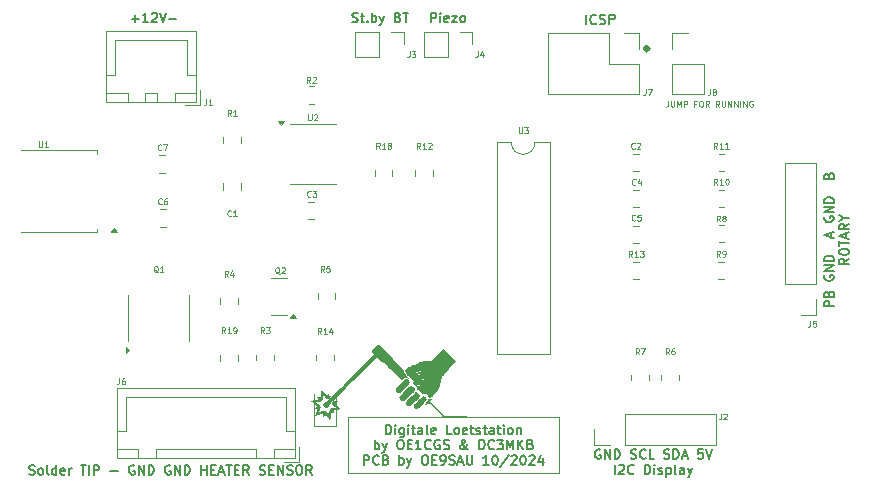
<source format=gbr>
%TF.GenerationSoftware,KiCad,Pcbnew,8.0.1*%
%TF.CreationDate,2024-10-12T16:06:53+02:00*%
%TF.ProjectId,SMD-Loetstation,534d442d-4c6f-4657-9473-746174696f6e,rev?*%
%TF.SameCoordinates,Original*%
%TF.FileFunction,Legend,Top*%
%TF.FilePolarity,Positive*%
%FSLAX46Y46*%
G04 Gerber Fmt 4.6, Leading zero omitted, Abs format (unit mm)*
G04 Created by KiCad (PCBNEW 8.0.1) date 2024-10-12 16:06:53*
%MOMM*%
%LPD*%
G01*
G04 APERTURE LIST*
%ADD10C,0.350000*%
%ADD11C,0.125000*%
%ADD12C,0.200000*%
%ADD13C,0.100000*%
%ADD14C,0.120000*%
%ADD15C,0.000000*%
G04 APERTURE END LIST*
D10*
X156685000Y-75184000D02*
G75*
G02*
X156335000Y-75184000I-175000J0D01*
G01*
X156335000Y-75184000D02*
G75*
G02*
X156685000Y-75184000I175000J0D01*
G01*
D11*
X158332140Y-79594709D02*
X158332140Y-79951852D01*
X158332140Y-79951852D02*
X158308331Y-80023280D01*
X158308331Y-80023280D02*
X158260712Y-80070900D01*
X158260712Y-80070900D02*
X158189283Y-80094709D01*
X158189283Y-80094709D02*
X158141664Y-80094709D01*
X158570235Y-79594709D02*
X158570235Y-79999471D01*
X158570235Y-79999471D02*
X158594045Y-80047090D01*
X158594045Y-80047090D02*
X158617854Y-80070900D01*
X158617854Y-80070900D02*
X158665473Y-80094709D01*
X158665473Y-80094709D02*
X158760711Y-80094709D01*
X158760711Y-80094709D02*
X158808330Y-80070900D01*
X158808330Y-80070900D02*
X158832140Y-80047090D01*
X158832140Y-80047090D02*
X158855949Y-79999471D01*
X158855949Y-79999471D02*
X158855949Y-79594709D01*
X159094045Y-80094709D02*
X159094045Y-79594709D01*
X159094045Y-79594709D02*
X159260712Y-79951852D01*
X159260712Y-79951852D02*
X159427378Y-79594709D01*
X159427378Y-79594709D02*
X159427378Y-80094709D01*
X159665474Y-80094709D02*
X159665474Y-79594709D01*
X159665474Y-79594709D02*
X159855950Y-79594709D01*
X159855950Y-79594709D02*
X159903569Y-79618519D01*
X159903569Y-79618519D02*
X159927379Y-79642328D01*
X159927379Y-79642328D02*
X159951188Y-79689947D01*
X159951188Y-79689947D02*
X159951188Y-79761376D01*
X159951188Y-79761376D02*
X159927379Y-79808995D01*
X159927379Y-79808995D02*
X159903569Y-79832804D01*
X159903569Y-79832804D02*
X159855950Y-79856614D01*
X159855950Y-79856614D02*
X159665474Y-79856614D01*
X160713093Y-79832804D02*
X160546426Y-79832804D01*
X160546426Y-80094709D02*
X160546426Y-79594709D01*
X160546426Y-79594709D02*
X160784521Y-79594709D01*
X161070235Y-79594709D02*
X161165473Y-79594709D01*
X161165473Y-79594709D02*
X161213092Y-79618519D01*
X161213092Y-79618519D02*
X161260711Y-79666138D01*
X161260711Y-79666138D02*
X161284521Y-79761376D01*
X161284521Y-79761376D02*
X161284521Y-79928042D01*
X161284521Y-79928042D02*
X161260711Y-80023280D01*
X161260711Y-80023280D02*
X161213092Y-80070900D01*
X161213092Y-80070900D02*
X161165473Y-80094709D01*
X161165473Y-80094709D02*
X161070235Y-80094709D01*
X161070235Y-80094709D02*
X161022616Y-80070900D01*
X161022616Y-80070900D02*
X160974997Y-80023280D01*
X160974997Y-80023280D02*
X160951188Y-79928042D01*
X160951188Y-79928042D02*
X160951188Y-79761376D01*
X160951188Y-79761376D02*
X160974997Y-79666138D01*
X160974997Y-79666138D02*
X161022616Y-79618519D01*
X161022616Y-79618519D02*
X161070235Y-79594709D01*
X161784521Y-80094709D02*
X161617855Y-79856614D01*
X161498807Y-80094709D02*
X161498807Y-79594709D01*
X161498807Y-79594709D02*
X161689283Y-79594709D01*
X161689283Y-79594709D02*
X161736902Y-79618519D01*
X161736902Y-79618519D02*
X161760712Y-79642328D01*
X161760712Y-79642328D02*
X161784521Y-79689947D01*
X161784521Y-79689947D02*
X161784521Y-79761376D01*
X161784521Y-79761376D02*
X161760712Y-79808995D01*
X161760712Y-79808995D02*
X161736902Y-79832804D01*
X161736902Y-79832804D02*
X161689283Y-79856614D01*
X161689283Y-79856614D02*
X161498807Y-79856614D01*
X162665473Y-80094709D02*
X162498807Y-79856614D01*
X162379759Y-80094709D02*
X162379759Y-79594709D01*
X162379759Y-79594709D02*
X162570235Y-79594709D01*
X162570235Y-79594709D02*
X162617854Y-79618519D01*
X162617854Y-79618519D02*
X162641664Y-79642328D01*
X162641664Y-79642328D02*
X162665473Y-79689947D01*
X162665473Y-79689947D02*
X162665473Y-79761376D01*
X162665473Y-79761376D02*
X162641664Y-79808995D01*
X162641664Y-79808995D02*
X162617854Y-79832804D01*
X162617854Y-79832804D02*
X162570235Y-79856614D01*
X162570235Y-79856614D02*
X162379759Y-79856614D01*
X162879759Y-79594709D02*
X162879759Y-79999471D01*
X162879759Y-79999471D02*
X162903569Y-80047090D01*
X162903569Y-80047090D02*
X162927378Y-80070900D01*
X162927378Y-80070900D02*
X162974997Y-80094709D01*
X162974997Y-80094709D02*
X163070235Y-80094709D01*
X163070235Y-80094709D02*
X163117854Y-80070900D01*
X163117854Y-80070900D02*
X163141664Y-80047090D01*
X163141664Y-80047090D02*
X163165473Y-79999471D01*
X163165473Y-79999471D02*
X163165473Y-79594709D01*
X163403569Y-80094709D02*
X163403569Y-79594709D01*
X163403569Y-79594709D02*
X163689283Y-80094709D01*
X163689283Y-80094709D02*
X163689283Y-79594709D01*
X163927379Y-80094709D02*
X163927379Y-79594709D01*
X163927379Y-79594709D02*
X164213093Y-80094709D01*
X164213093Y-80094709D02*
X164213093Y-79594709D01*
X164451189Y-80094709D02*
X164451189Y-79594709D01*
X164689284Y-80094709D02*
X164689284Y-79594709D01*
X164689284Y-79594709D02*
X164974998Y-80094709D01*
X164974998Y-80094709D02*
X164974998Y-79594709D01*
X165474999Y-79618519D02*
X165427380Y-79594709D01*
X165427380Y-79594709D02*
X165355951Y-79594709D01*
X165355951Y-79594709D02*
X165284523Y-79618519D01*
X165284523Y-79618519D02*
X165236904Y-79666138D01*
X165236904Y-79666138D02*
X165213094Y-79713757D01*
X165213094Y-79713757D02*
X165189285Y-79808995D01*
X165189285Y-79808995D02*
X165189285Y-79880423D01*
X165189285Y-79880423D02*
X165213094Y-79975661D01*
X165213094Y-79975661D02*
X165236904Y-80023280D01*
X165236904Y-80023280D02*
X165284523Y-80070900D01*
X165284523Y-80070900D02*
X165355951Y-80094709D01*
X165355951Y-80094709D02*
X165403570Y-80094709D01*
X165403570Y-80094709D02*
X165474999Y-80070900D01*
X165474999Y-80070900D02*
X165498808Y-80047090D01*
X165498808Y-80047090D02*
X165498808Y-79880423D01*
X165498808Y-79880423D02*
X165403570Y-79880423D01*
D12*
X151401254Y-73094495D02*
X151401254Y-72294495D01*
X152239349Y-73018304D02*
X152201253Y-73056400D01*
X152201253Y-73056400D02*
X152086968Y-73094495D01*
X152086968Y-73094495D02*
X152010777Y-73094495D01*
X152010777Y-73094495D02*
X151896491Y-73056400D01*
X151896491Y-73056400D02*
X151820301Y-72980209D01*
X151820301Y-72980209D02*
X151782206Y-72904019D01*
X151782206Y-72904019D02*
X151744110Y-72751638D01*
X151744110Y-72751638D02*
X151744110Y-72637352D01*
X151744110Y-72637352D02*
X151782206Y-72484971D01*
X151782206Y-72484971D02*
X151820301Y-72408780D01*
X151820301Y-72408780D02*
X151896491Y-72332590D01*
X151896491Y-72332590D02*
X152010777Y-72294495D01*
X152010777Y-72294495D02*
X152086968Y-72294495D01*
X152086968Y-72294495D02*
X152201253Y-72332590D01*
X152201253Y-72332590D02*
X152239349Y-72370685D01*
X152544110Y-73056400D02*
X152658396Y-73094495D01*
X152658396Y-73094495D02*
X152848872Y-73094495D01*
X152848872Y-73094495D02*
X152925063Y-73056400D01*
X152925063Y-73056400D02*
X152963158Y-73018304D01*
X152963158Y-73018304D02*
X153001253Y-72942114D01*
X153001253Y-72942114D02*
X153001253Y-72865923D01*
X153001253Y-72865923D02*
X152963158Y-72789733D01*
X152963158Y-72789733D02*
X152925063Y-72751638D01*
X152925063Y-72751638D02*
X152848872Y-72713542D01*
X152848872Y-72713542D02*
X152696491Y-72675447D01*
X152696491Y-72675447D02*
X152620301Y-72637352D01*
X152620301Y-72637352D02*
X152582206Y-72599257D01*
X152582206Y-72599257D02*
X152544110Y-72523066D01*
X152544110Y-72523066D02*
X152544110Y-72446876D01*
X152544110Y-72446876D02*
X152582206Y-72370685D01*
X152582206Y-72370685D02*
X152620301Y-72332590D01*
X152620301Y-72332590D02*
X152696491Y-72294495D01*
X152696491Y-72294495D02*
X152886968Y-72294495D01*
X152886968Y-72294495D02*
X153001253Y-72332590D01*
X153344111Y-73094495D02*
X153344111Y-72294495D01*
X153344111Y-72294495D02*
X153648873Y-72294495D01*
X153648873Y-72294495D02*
X153725063Y-72332590D01*
X153725063Y-72332590D02*
X153763158Y-72370685D01*
X153763158Y-72370685D02*
X153801254Y-72446876D01*
X153801254Y-72446876D02*
X153801254Y-72561161D01*
X153801254Y-72561161D02*
X153763158Y-72637352D01*
X153763158Y-72637352D02*
X153725063Y-72675447D01*
X153725063Y-72675447D02*
X153648873Y-72713542D01*
X153648873Y-72713542D02*
X153344111Y-72713542D01*
X172339740Y-97008247D02*
X171539740Y-97008247D01*
X171539740Y-97008247D02*
X171539740Y-96703485D01*
X171539740Y-96703485D02*
X171577835Y-96627295D01*
X171577835Y-96627295D02*
X171615930Y-96589200D01*
X171615930Y-96589200D02*
X171692121Y-96551104D01*
X171692121Y-96551104D02*
X171806406Y-96551104D01*
X171806406Y-96551104D02*
X171882597Y-96589200D01*
X171882597Y-96589200D02*
X171920692Y-96627295D01*
X171920692Y-96627295D02*
X171958787Y-96703485D01*
X171958787Y-96703485D02*
X171958787Y-97008247D01*
X171920692Y-95941581D02*
X171958787Y-95827295D01*
X171958787Y-95827295D02*
X171996883Y-95789200D01*
X171996883Y-95789200D02*
X172073073Y-95751104D01*
X172073073Y-95751104D02*
X172187359Y-95751104D01*
X172187359Y-95751104D02*
X172263549Y-95789200D01*
X172263549Y-95789200D02*
X172301645Y-95827295D01*
X172301645Y-95827295D02*
X172339740Y-95903485D01*
X172339740Y-95903485D02*
X172339740Y-96208247D01*
X172339740Y-96208247D02*
X171539740Y-96208247D01*
X171539740Y-96208247D02*
X171539740Y-95941581D01*
X171539740Y-95941581D02*
X171577835Y-95865390D01*
X171577835Y-95865390D02*
X171615930Y-95827295D01*
X171615930Y-95827295D02*
X171692121Y-95789200D01*
X171692121Y-95789200D02*
X171768311Y-95789200D01*
X171768311Y-95789200D02*
X171844502Y-95827295D01*
X171844502Y-95827295D02*
X171882597Y-95865390D01*
X171882597Y-95865390D02*
X171920692Y-95941581D01*
X171920692Y-95941581D02*
X171920692Y-96208247D01*
X171577835Y-94379676D02*
X171539740Y-94455866D01*
X171539740Y-94455866D02*
X171539740Y-94570152D01*
X171539740Y-94570152D02*
X171577835Y-94684438D01*
X171577835Y-94684438D02*
X171654025Y-94760628D01*
X171654025Y-94760628D02*
X171730216Y-94798723D01*
X171730216Y-94798723D02*
X171882597Y-94836819D01*
X171882597Y-94836819D02*
X171996883Y-94836819D01*
X171996883Y-94836819D02*
X172149264Y-94798723D01*
X172149264Y-94798723D02*
X172225454Y-94760628D01*
X172225454Y-94760628D02*
X172301645Y-94684438D01*
X172301645Y-94684438D02*
X172339740Y-94570152D01*
X172339740Y-94570152D02*
X172339740Y-94493961D01*
X172339740Y-94493961D02*
X172301645Y-94379676D01*
X172301645Y-94379676D02*
X172263549Y-94341580D01*
X172263549Y-94341580D02*
X171996883Y-94341580D01*
X171996883Y-94341580D02*
X171996883Y-94493961D01*
X172339740Y-93998723D02*
X171539740Y-93998723D01*
X171539740Y-93998723D02*
X172339740Y-93541580D01*
X172339740Y-93541580D02*
X171539740Y-93541580D01*
X172339740Y-93160628D02*
X171539740Y-93160628D01*
X171539740Y-93160628D02*
X171539740Y-92970152D01*
X171539740Y-92970152D02*
X171577835Y-92855866D01*
X171577835Y-92855866D02*
X171654025Y-92779676D01*
X171654025Y-92779676D02*
X171730216Y-92741581D01*
X171730216Y-92741581D02*
X171882597Y-92703485D01*
X171882597Y-92703485D02*
X171996883Y-92703485D01*
X171996883Y-92703485D02*
X172149264Y-92741581D01*
X172149264Y-92741581D02*
X172225454Y-92779676D01*
X172225454Y-92779676D02*
X172301645Y-92855866D01*
X172301645Y-92855866D02*
X172339740Y-92970152D01*
X172339740Y-92970152D02*
X172339740Y-93160628D01*
X172111168Y-91179676D02*
X172111168Y-90798723D01*
X172339740Y-91255866D02*
X171539740Y-90989199D01*
X171539740Y-90989199D02*
X172339740Y-90722533D01*
X171577835Y-89427295D02*
X171539740Y-89503485D01*
X171539740Y-89503485D02*
X171539740Y-89617771D01*
X171539740Y-89617771D02*
X171577835Y-89732057D01*
X171577835Y-89732057D02*
X171654025Y-89808247D01*
X171654025Y-89808247D02*
X171730216Y-89846342D01*
X171730216Y-89846342D02*
X171882597Y-89884438D01*
X171882597Y-89884438D02*
X171996883Y-89884438D01*
X171996883Y-89884438D02*
X172149264Y-89846342D01*
X172149264Y-89846342D02*
X172225454Y-89808247D01*
X172225454Y-89808247D02*
X172301645Y-89732057D01*
X172301645Y-89732057D02*
X172339740Y-89617771D01*
X172339740Y-89617771D02*
X172339740Y-89541580D01*
X172339740Y-89541580D02*
X172301645Y-89427295D01*
X172301645Y-89427295D02*
X172263549Y-89389199D01*
X172263549Y-89389199D02*
X171996883Y-89389199D01*
X171996883Y-89389199D02*
X171996883Y-89541580D01*
X172339740Y-89046342D02*
X171539740Y-89046342D01*
X171539740Y-89046342D02*
X172339740Y-88589199D01*
X172339740Y-88589199D02*
X171539740Y-88589199D01*
X172339740Y-88208247D02*
X171539740Y-88208247D01*
X171539740Y-88208247D02*
X171539740Y-88017771D01*
X171539740Y-88017771D02*
X171577835Y-87903485D01*
X171577835Y-87903485D02*
X171654025Y-87827295D01*
X171654025Y-87827295D02*
X171730216Y-87789200D01*
X171730216Y-87789200D02*
X171882597Y-87751104D01*
X171882597Y-87751104D02*
X171996883Y-87751104D01*
X171996883Y-87751104D02*
X172149264Y-87789200D01*
X172149264Y-87789200D02*
X172225454Y-87827295D01*
X172225454Y-87827295D02*
X172301645Y-87903485D01*
X172301645Y-87903485D02*
X172339740Y-88017771D01*
X172339740Y-88017771D02*
X172339740Y-88208247D01*
X171920692Y-85922533D02*
X171958787Y-85808247D01*
X171958787Y-85808247D02*
X171996883Y-85770152D01*
X171996883Y-85770152D02*
X172073073Y-85732056D01*
X172073073Y-85732056D02*
X172187359Y-85732056D01*
X172187359Y-85732056D02*
X172263549Y-85770152D01*
X172263549Y-85770152D02*
X172301645Y-85808247D01*
X172301645Y-85808247D02*
X172339740Y-85884437D01*
X172339740Y-85884437D02*
X172339740Y-86189199D01*
X172339740Y-86189199D02*
X171539740Y-86189199D01*
X171539740Y-86189199D02*
X171539740Y-85922533D01*
X171539740Y-85922533D02*
X171577835Y-85846342D01*
X171577835Y-85846342D02*
X171615930Y-85808247D01*
X171615930Y-85808247D02*
X171692121Y-85770152D01*
X171692121Y-85770152D02*
X171768311Y-85770152D01*
X171768311Y-85770152D02*
X171844502Y-85808247D01*
X171844502Y-85808247D02*
X171882597Y-85846342D01*
X171882597Y-85846342D02*
X171920692Y-85922533D01*
X171920692Y-85922533D02*
X171920692Y-86189199D01*
X173627695Y-92951103D02*
X173246742Y-93217770D01*
X173627695Y-93408246D02*
X172827695Y-93408246D01*
X172827695Y-93408246D02*
X172827695Y-93103484D01*
X172827695Y-93103484D02*
X172865790Y-93027294D01*
X172865790Y-93027294D02*
X172903885Y-92989199D01*
X172903885Y-92989199D02*
X172980076Y-92951103D01*
X172980076Y-92951103D02*
X173094361Y-92951103D01*
X173094361Y-92951103D02*
X173170552Y-92989199D01*
X173170552Y-92989199D02*
X173208647Y-93027294D01*
X173208647Y-93027294D02*
X173246742Y-93103484D01*
X173246742Y-93103484D02*
X173246742Y-93408246D01*
X172827695Y-92455865D02*
X172827695Y-92303484D01*
X172827695Y-92303484D02*
X172865790Y-92227294D01*
X172865790Y-92227294D02*
X172941980Y-92151103D01*
X172941980Y-92151103D02*
X173094361Y-92113008D01*
X173094361Y-92113008D02*
X173361028Y-92113008D01*
X173361028Y-92113008D02*
X173513409Y-92151103D01*
X173513409Y-92151103D02*
X173589600Y-92227294D01*
X173589600Y-92227294D02*
X173627695Y-92303484D01*
X173627695Y-92303484D02*
X173627695Y-92455865D01*
X173627695Y-92455865D02*
X173589600Y-92532056D01*
X173589600Y-92532056D02*
X173513409Y-92608246D01*
X173513409Y-92608246D02*
X173361028Y-92646342D01*
X173361028Y-92646342D02*
X173094361Y-92646342D01*
X173094361Y-92646342D02*
X172941980Y-92608246D01*
X172941980Y-92608246D02*
X172865790Y-92532056D01*
X172865790Y-92532056D02*
X172827695Y-92455865D01*
X172827695Y-91884437D02*
X172827695Y-91427294D01*
X173627695Y-91655866D02*
X172827695Y-91655866D01*
X173399123Y-91198723D02*
X173399123Y-90817770D01*
X173627695Y-91274913D02*
X172827695Y-91008246D01*
X172827695Y-91008246D02*
X173627695Y-90741580D01*
X173627695Y-90017770D02*
X173246742Y-90284437D01*
X173627695Y-90474913D02*
X172827695Y-90474913D01*
X172827695Y-90474913D02*
X172827695Y-90170151D01*
X172827695Y-90170151D02*
X172865790Y-90093961D01*
X172865790Y-90093961D02*
X172903885Y-90055866D01*
X172903885Y-90055866D02*
X172980076Y-90017770D01*
X172980076Y-90017770D02*
X173094361Y-90017770D01*
X173094361Y-90017770D02*
X173170552Y-90055866D01*
X173170552Y-90055866D02*
X173208647Y-90093961D01*
X173208647Y-90093961D02*
X173246742Y-90170151D01*
X173246742Y-90170151D02*
X173246742Y-90474913D01*
X173246742Y-89522532D02*
X173627695Y-89522532D01*
X172827695Y-89789199D02*
X173246742Y-89522532D01*
X173246742Y-89522532D02*
X172827695Y-89255866D01*
X104243093Y-111207200D02*
X104357379Y-111245295D01*
X104357379Y-111245295D02*
X104547855Y-111245295D01*
X104547855Y-111245295D02*
X104624046Y-111207200D01*
X104624046Y-111207200D02*
X104662141Y-111169104D01*
X104662141Y-111169104D02*
X104700236Y-111092914D01*
X104700236Y-111092914D02*
X104700236Y-111016723D01*
X104700236Y-111016723D02*
X104662141Y-110940533D01*
X104662141Y-110940533D02*
X104624046Y-110902438D01*
X104624046Y-110902438D02*
X104547855Y-110864342D01*
X104547855Y-110864342D02*
X104395474Y-110826247D01*
X104395474Y-110826247D02*
X104319284Y-110788152D01*
X104319284Y-110788152D02*
X104281189Y-110750057D01*
X104281189Y-110750057D02*
X104243093Y-110673866D01*
X104243093Y-110673866D02*
X104243093Y-110597676D01*
X104243093Y-110597676D02*
X104281189Y-110521485D01*
X104281189Y-110521485D02*
X104319284Y-110483390D01*
X104319284Y-110483390D02*
X104395474Y-110445295D01*
X104395474Y-110445295D02*
X104585951Y-110445295D01*
X104585951Y-110445295D02*
X104700236Y-110483390D01*
X105157379Y-111245295D02*
X105081189Y-111207200D01*
X105081189Y-111207200D02*
X105043094Y-111169104D01*
X105043094Y-111169104D02*
X105004998Y-111092914D01*
X105004998Y-111092914D02*
X105004998Y-110864342D01*
X105004998Y-110864342D02*
X105043094Y-110788152D01*
X105043094Y-110788152D02*
X105081189Y-110750057D01*
X105081189Y-110750057D02*
X105157379Y-110711961D01*
X105157379Y-110711961D02*
X105271665Y-110711961D01*
X105271665Y-110711961D02*
X105347856Y-110750057D01*
X105347856Y-110750057D02*
X105385951Y-110788152D01*
X105385951Y-110788152D02*
X105424046Y-110864342D01*
X105424046Y-110864342D02*
X105424046Y-111092914D01*
X105424046Y-111092914D02*
X105385951Y-111169104D01*
X105385951Y-111169104D02*
X105347856Y-111207200D01*
X105347856Y-111207200D02*
X105271665Y-111245295D01*
X105271665Y-111245295D02*
X105157379Y-111245295D01*
X105881189Y-111245295D02*
X105804999Y-111207200D01*
X105804999Y-111207200D02*
X105766904Y-111131009D01*
X105766904Y-111131009D02*
X105766904Y-110445295D01*
X106528809Y-111245295D02*
X106528809Y-110445295D01*
X106528809Y-111207200D02*
X106452618Y-111245295D01*
X106452618Y-111245295D02*
X106300237Y-111245295D01*
X106300237Y-111245295D02*
X106224047Y-111207200D01*
X106224047Y-111207200D02*
X106185952Y-111169104D01*
X106185952Y-111169104D02*
X106147856Y-111092914D01*
X106147856Y-111092914D02*
X106147856Y-110864342D01*
X106147856Y-110864342D02*
X106185952Y-110788152D01*
X106185952Y-110788152D02*
X106224047Y-110750057D01*
X106224047Y-110750057D02*
X106300237Y-110711961D01*
X106300237Y-110711961D02*
X106452618Y-110711961D01*
X106452618Y-110711961D02*
X106528809Y-110750057D01*
X107214524Y-111207200D02*
X107138333Y-111245295D01*
X107138333Y-111245295D02*
X106985952Y-111245295D01*
X106985952Y-111245295D02*
X106909762Y-111207200D01*
X106909762Y-111207200D02*
X106871666Y-111131009D01*
X106871666Y-111131009D02*
X106871666Y-110826247D01*
X106871666Y-110826247D02*
X106909762Y-110750057D01*
X106909762Y-110750057D02*
X106985952Y-110711961D01*
X106985952Y-110711961D02*
X107138333Y-110711961D01*
X107138333Y-110711961D02*
X107214524Y-110750057D01*
X107214524Y-110750057D02*
X107252619Y-110826247D01*
X107252619Y-110826247D02*
X107252619Y-110902438D01*
X107252619Y-110902438D02*
X106871666Y-110978628D01*
X107595476Y-111245295D02*
X107595476Y-110711961D01*
X107595476Y-110864342D02*
X107633571Y-110788152D01*
X107633571Y-110788152D02*
X107671666Y-110750057D01*
X107671666Y-110750057D02*
X107747857Y-110711961D01*
X107747857Y-110711961D02*
X107824047Y-110711961D01*
X108585952Y-110445295D02*
X109043095Y-110445295D01*
X108814523Y-111245295D02*
X108814523Y-110445295D01*
X109309762Y-111245295D02*
X109309762Y-110445295D01*
X109690714Y-111245295D02*
X109690714Y-110445295D01*
X109690714Y-110445295D02*
X109995476Y-110445295D01*
X109995476Y-110445295D02*
X110071666Y-110483390D01*
X110071666Y-110483390D02*
X110109761Y-110521485D01*
X110109761Y-110521485D02*
X110147857Y-110597676D01*
X110147857Y-110597676D02*
X110147857Y-110711961D01*
X110147857Y-110711961D02*
X110109761Y-110788152D01*
X110109761Y-110788152D02*
X110071666Y-110826247D01*
X110071666Y-110826247D02*
X109995476Y-110864342D01*
X109995476Y-110864342D02*
X109690714Y-110864342D01*
X111100238Y-110940533D02*
X111709762Y-110940533D01*
X113119285Y-110483390D02*
X113043095Y-110445295D01*
X113043095Y-110445295D02*
X112928809Y-110445295D01*
X112928809Y-110445295D02*
X112814523Y-110483390D01*
X112814523Y-110483390D02*
X112738333Y-110559580D01*
X112738333Y-110559580D02*
X112700238Y-110635771D01*
X112700238Y-110635771D02*
X112662142Y-110788152D01*
X112662142Y-110788152D02*
X112662142Y-110902438D01*
X112662142Y-110902438D02*
X112700238Y-111054819D01*
X112700238Y-111054819D02*
X112738333Y-111131009D01*
X112738333Y-111131009D02*
X112814523Y-111207200D01*
X112814523Y-111207200D02*
X112928809Y-111245295D01*
X112928809Y-111245295D02*
X113005000Y-111245295D01*
X113005000Y-111245295D02*
X113119285Y-111207200D01*
X113119285Y-111207200D02*
X113157381Y-111169104D01*
X113157381Y-111169104D02*
X113157381Y-110902438D01*
X113157381Y-110902438D02*
X113005000Y-110902438D01*
X113500238Y-111245295D02*
X113500238Y-110445295D01*
X113500238Y-110445295D02*
X113957381Y-111245295D01*
X113957381Y-111245295D02*
X113957381Y-110445295D01*
X114338333Y-111245295D02*
X114338333Y-110445295D01*
X114338333Y-110445295D02*
X114528809Y-110445295D01*
X114528809Y-110445295D02*
X114643095Y-110483390D01*
X114643095Y-110483390D02*
X114719285Y-110559580D01*
X114719285Y-110559580D02*
X114757380Y-110635771D01*
X114757380Y-110635771D02*
X114795476Y-110788152D01*
X114795476Y-110788152D02*
X114795476Y-110902438D01*
X114795476Y-110902438D02*
X114757380Y-111054819D01*
X114757380Y-111054819D02*
X114719285Y-111131009D01*
X114719285Y-111131009D02*
X114643095Y-111207200D01*
X114643095Y-111207200D02*
X114528809Y-111245295D01*
X114528809Y-111245295D02*
X114338333Y-111245295D01*
X116166904Y-110483390D02*
X116090714Y-110445295D01*
X116090714Y-110445295D02*
X115976428Y-110445295D01*
X115976428Y-110445295D02*
X115862142Y-110483390D01*
X115862142Y-110483390D02*
X115785952Y-110559580D01*
X115785952Y-110559580D02*
X115747857Y-110635771D01*
X115747857Y-110635771D02*
X115709761Y-110788152D01*
X115709761Y-110788152D02*
X115709761Y-110902438D01*
X115709761Y-110902438D02*
X115747857Y-111054819D01*
X115747857Y-111054819D02*
X115785952Y-111131009D01*
X115785952Y-111131009D02*
X115862142Y-111207200D01*
X115862142Y-111207200D02*
X115976428Y-111245295D01*
X115976428Y-111245295D02*
X116052619Y-111245295D01*
X116052619Y-111245295D02*
X116166904Y-111207200D01*
X116166904Y-111207200D02*
X116205000Y-111169104D01*
X116205000Y-111169104D02*
X116205000Y-110902438D01*
X116205000Y-110902438D02*
X116052619Y-110902438D01*
X116547857Y-111245295D02*
X116547857Y-110445295D01*
X116547857Y-110445295D02*
X117005000Y-111245295D01*
X117005000Y-111245295D02*
X117005000Y-110445295D01*
X117385952Y-111245295D02*
X117385952Y-110445295D01*
X117385952Y-110445295D02*
X117576428Y-110445295D01*
X117576428Y-110445295D02*
X117690714Y-110483390D01*
X117690714Y-110483390D02*
X117766904Y-110559580D01*
X117766904Y-110559580D02*
X117804999Y-110635771D01*
X117804999Y-110635771D02*
X117843095Y-110788152D01*
X117843095Y-110788152D02*
X117843095Y-110902438D01*
X117843095Y-110902438D02*
X117804999Y-111054819D01*
X117804999Y-111054819D02*
X117766904Y-111131009D01*
X117766904Y-111131009D02*
X117690714Y-111207200D01*
X117690714Y-111207200D02*
X117576428Y-111245295D01*
X117576428Y-111245295D02*
X117385952Y-111245295D01*
X118795476Y-111245295D02*
X118795476Y-110445295D01*
X118795476Y-110826247D02*
X119252619Y-110826247D01*
X119252619Y-111245295D02*
X119252619Y-110445295D01*
X119633571Y-110826247D02*
X119900237Y-110826247D01*
X120014523Y-111245295D02*
X119633571Y-111245295D01*
X119633571Y-111245295D02*
X119633571Y-110445295D01*
X119633571Y-110445295D02*
X120014523Y-110445295D01*
X120319285Y-111016723D02*
X120700238Y-111016723D01*
X120243095Y-111245295D02*
X120509762Y-110445295D01*
X120509762Y-110445295D02*
X120776428Y-111245295D01*
X120928809Y-110445295D02*
X121385952Y-110445295D01*
X121157380Y-111245295D02*
X121157380Y-110445295D01*
X121652619Y-110826247D02*
X121919285Y-110826247D01*
X122033571Y-111245295D02*
X121652619Y-111245295D01*
X121652619Y-111245295D02*
X121652619Y-110445295D01*
X121652619Y-110445295D02*
X122033571Y-110445295D01*
X122833572Y-111245295D02*
X122566905Y-110864342D01*
X122376429Y-111245295D02*
X122376429Y-110445295D01*
X122376429Y-110445295D02*
X122681191Y-110445295D01*
X122681191Y-110445295D02*
X122757381Y-110483390D01*
X122757381Y-110483390D02*
X122795476Y-110521485D01*
X122795476Y-110521485D02*
X122833572Y-110597676D01*
X122833572Y-110597676D02*
X122833572Y-110711961D01*
X122833572Y-110711961D02*
X122795476Y-110788152D01*
X122795476Y-110788152D02*
X122757381Y-110826247D01*
X122757381Y-110826247D02*
X122681191Y-110864342D01*
X122681191Y-110864342D02*
X122376429Y-110864342D01*
X123747857Y-111207200D02*
X123862143Y-111245295D01*
X123862143Y-111245295D02*
X124052619Y-111245295D01*
X124052619Y-111245295D02*
X124128810Y-111207200D01*
X124128810Y-111207200D02*
X124166905Y-111169104D01*
X124166905Y-111169104D02*
X124205000Y-111092914D01*
X124205000Y-111092914D02*
X124205000Y-111016723D01*
X124205000Y-111016723D02*
X124166905Y-110940533D01*
X124166905Y-110940533D02*
X124128810Y-110902438D01*
X124128810Y-110902438D02*
X124052619Y-110864342D01*
X124052619Y-110864342D02*
X123900238Y-110826247D01*
X123900238Y-110826247D02*
X123824048Y-110788152D01*
X123824048Y-110788152D02*
X123785953Y-110750057D01*
X123785953Y-110750057D02*
X123747857Y-110673866D01*
X123747857Y-110673866D02*
X123747857Y-110597676D01*
X123747857Y-110597676D02*
X123785953Y-110521485D01*
X123785953Y-110521485D02*
X123824048Y-110483390D01*
X123824048Y-110483390D02*
X123900238Y-110445295D01*
X123900238Y-110445295D02*
X124090715Y-110445295D01*
X124090715Y-110445295D02*
X124205000Y-110483390D01*
X124547858Y-110826247D02*
X124814524Y-110826247D01*
X124928810Y-111245295D02*
X124547858Y-111245295D01*
X124547858Y-111245295D02*
X124547858Y-110445295D01*
X124547858Y-110445295D02*
X124928810Y-110445295D01*
X125271668Y-111245295D02*
X125271668Y-110445295D01*
X125271668Y-110445295D02*
X125728811Y-111245295D01*
X125728811Y-111245295D02*
X125728811Y-110445295D01*
X126071667Y-111207200D02*
X126185953Y-111245295D01*
X126185953Y-111245295D02*
X126376429Y-111245295D01*
X126376429Y-111245295D02*
X126452620Y-111207200D01*
X126452620Y-111207200D02*
X126490715Y-111169104D01*
X126490715Y-111169104D02*
X126528810Y-111092914D01*
X126528810Y-111092914D02*
X126528810Y-111016723D01*
X126528810Y-111016723D02*
X126490715Y-110940533D01*
X126490715Y-110940533D02*
X126452620Y-110902438D01*
X126452620Y-110902438D02*
X126376429Y-110864342D01*
X126376429Y-110864342D02*
X126224048Y-110826247D01*
X126224048Y-110826247D02*
X126147858Y-110788152D01*
X126147858Y-110788152D02*
X126109763Y-110750057D01*
X126109763Y-110750057D02*
X126071667Y-110673866D01*
X126071667Y-110673866D02*
X126071667Y-110597676D01*
X126071667Y-110597676D02*
X126109763Y-110521485D01*
X126109763Y-110521485D02*
X126147858Y-110483390D01*
X126147858Y-110483390D02*
X126224048Y-110445295D01*
X126224048Y-110445295D02*
X126414525Y-110445295D01*
X126414525Y-110445295D02*
X126528810Y-110483390D01*
X127024049Y-110445295D02*
X127176430Y-110445295D01*
X127176430Y-110445295D02*
X127252620Y-110483390D01*
X127252620Y-110483390D02*
X127328811Y-110559580D01*
X127328811Y-110559580D02*
X127366906Y-110711961D01*
X127366906Y-110711961D02*
X127366906Y-110978628D01*
X127366906Y-110978628D02*
X127328811Y-111131009D01*
X127328811Y-111131009D02*
X127252620Y-111207200D01*
X127252620Y-111207200D02*
X127176430Y-111245295D01*
X127176430Y-111245295D02*
X127024049Y-111245295D01*
X127024049Y-111245295D02*
X126947858Y-111207200D01*
X126947858Y-111207200D02*
X126871668Y-111131009D01*
X126871668Y-111131009D02*
X126833572Y-110978628D01*
X126833572Y-110978628D02*
X126833572Y-110711961D01*
X126833572Y-110711961D02*
X126871668Y-110559580D01*
X126871668Y-110559580D02*
X126947858Y-110483390D01*
X126947858Y-110483390D02*
X127024049Y-110445295D01*
X128166906Y-111245295D02*
X127900239Y-110864342D01*
X127709763Y-111245295D02*
X127709763Y-110445295D01*
X127709763Y-110445295D02*
X128014525Y-110445295D01*
X128014525Y-110445295D02*
X128090715Y-110483390D01*
X128090715Y-110483390D02*
X128128810Y-110521485D01*
X128128810Y-110521485D02*
X128166906Y-110597676D01*
X128166906Y-110597676D02*
X128166906Y-110711961D01*
X128166906Y-110711961D02*
X128128810Y-110788152D01*
X128128810Y-110788152D02*
X128090715Y-110826247D01*
X128090715Y-110826247D02*
X128014525Y-110864342D01*
X128014525Y-110864342D02*
X127709763Y-110864342D01*
X131601958Y-72904000D02*
X131716244Y-72942095D01*
X131716244Y-72942095D02*
X131906720Y-72942095D01*
X131906720Y-72942095D02*
X131982911Y-72904000D01*
X131982911Y-72904000D02*
X132021006Y-72865904D01*
X132021006Y-72865904D02*
X132059101Y-72789714D01*
X132059101Y-72789714D02*
X132059101Y-72713523D01*
X132059101Y-72713523D02*
X132021006Y-72637333D01*
X132021006Y-72637333D02*
X131982911Y-72599238D01*
X131982911Y-72599238D02*
X131906720Y-72561142D01*
X131906720Y-72561142D02*
X131754339Y-72523047D01*
X131754339Y-72523047D02*
X131678149Y-72484952D01*
X131678149Y-72484952D02*
X131640054Y-72446857D01*
X131640054Y-72446857D02*
X131601958Y-72370666D01*
X131601958Y-72370666D02*
X131601958Y-72294476D01*
X131601958Y-72294476D02*
X131640054Y-72218285D01*
X131640054Y-72218285D02*
X131678149Y-72180190D01*
X131678149Y-72180190D02*
X131754339Y-72142095D01*
X131754339Y-72142095D02*
X131944816Y-72142095D01*
X131944816Y-72142095D02*
X132059101Y-72180190D01*
X132287673Y-72408761D02*
X132592435Y-72408761D01*
X132401959Y-72142095D02*
X132401959Y-72827809D01*
X132401959Y-72827809D02*
X132440054Y-72904000D01*
X132440054Y-72904000D02*
X132516244Y-72942095D01*
X132516244Y-72942095D02*
X132592435Y-72942095D01*
X132859102Y-72865904D02*
X132897197Y-72904000D01*
X132897197Y-72904000D02*
X132859102Y-72942095D01*
X132859102Y-72942095D02*
X132821006Y-72904000D01*
X132821006Y-72904000D02*
X132859102Y-72865904D01*
X132859102Y-72865904D02*
X132859102Y-72942095D01*
X133240054Y-72942095D02*
X133240054Y-72142095D01*
X133240054Y-72446857D02*
X133316244Y-72408761D01*
X133316244Y-72408761D02*
X133468625Y-72408761D01*
X133468625Y-72408761D02*
X133544816Y-72446857D01*
X133544816Y-72446857D02*
X133582911Y-72484952D01*
X133582911Y-72484952D02*
X133621006Y-72561142D01*
X133621006Y-72561142D02*
X133621006Y-72789714D01*
X133621006Y-72789714D02*
X133582911Y-72865904D01*
X133582911Y-72865904D02*
X133544816Y-72904000D01*
X133544816Y-72904000D02*
X133468625Y-72942095D01*
X133468625Y-72942095D02*
X133316244Y-72942095D01*
X133316244Y-72942095D02*
X133240054Y-72904000D01*
X133887673Y-72408761D02*
X134078149Y-72942095D01*
X134268626Y-72408761D02*
X134078149Y-72942095D01*
X134078149Y-72942095D02*
X134001959Y-73132571D01*
X134001959Y-73132571D02*
X133963864Y-73170666D01*
X133963864Y-73170666D02*
X133887673Y-73208761D01*
X135449578Y-72523047D02*
X135563864Y-72561142D01*
X135563864Y-72561142D02*
X135601959Y-72599238D01*
X135601959Y-72599238D02*
X135640055Y-72675428D01*
X135640055Y-72675428D02*
X135640055Y-72789714D01*
X135640055Y-72789714D02*
X135601959Y-72865904D01*
X135601959Y-72865904D02*
X135563864Y-72904000D01*
X135563864Y-72904000D02*
X135487674Y-72942095D01*
X135487674Y-72942095D02*
X135182912Y-72942095D01*
X135182912Y-72942095D02*
X135182912Y-72142095D01*
X135182912Y-72142095D02*
X135449578Y-72142095D01*
X135449578Y-72142095D02*
X135525769Y-72180190D01*
X135525769Y-72180190D02*
X135563864Y-72218285D01*
X135563864Y-72218285D02*
X135601959Y-72294476D01*
X135601959Y-72294476D02*
X135601959Y-72370666D01*
X135601959Y-72370666D02*
X135563864Y-72446857D01*
X135563864Y-72446857D02*
X135525769Y-72484952D01*
X135525769Y-72484952D02*
X135449578Y-72523047D01*
X135449578Y-72523047D02*
X135182912Y-72523047D01*
X135868626Y-72142095D02*
X136325769Y-72142095D01*
X136097197Y-72942095D02*
X136097197Y-72142095D01*
X152572009Y-109144635D02*
X152495819Y-109106540D01*
X152495819Y-109106540D02*
X152381533Y-109106540D01*
X152381533Y-109106540D02*
X152267247Y-109144635D01*
X152267247Y-109144635D02*
X152191057Y-109220825D01*
X152191057Y-109220825D02*
X152152962Y-109297016D01*
X152152962Y-109297016D02*
X152114866Y-109449397D01*
X152114866Y-109449397D02*
X152114866Y-109563683D01*
X152114866Y-109563683D02*
X152152962Y-109716064D01*
X152152962Y-109716064D02*
X152191057Y-109792254D01*
X152191057Y-109792254D02*
X152267247Y-109868445D01*
X152267247Y-109868445D02*
X152381533Y-109906540D01*
X152381533Y-109906540D02*
X152457724Y-109906540D01*
X152457724Y-109906540D02*
X152572009Y-109868445D01*
X152572009Y-109868445D02*
X152610105Y-109830349D01*
X152610105Y-109830349D02*
X152610105Y-109563683D01*
X152610105Y-109563683D02*
X152457724Y-109563683D01*
X152952962Y-109906540D02*
X152952962Y-109106540D01*
X152952962Y-109106540D02*
X153410105Y-109906540D01*
X153410105Y-109906540D02*
X153410105Y-109106540D01*
X153791057Y-109906540D02*
X153791057Y-109106540D01*
X153791057Y-109106540D02*
X153981533Y-109106540D01*
X153981533Y-109106540D02*
X154095819Y-109144635D01*
X154095819Y-109144635D02*
X154172009Y-109220825D01*
X154172009Y-109220825D02*
X154210104Y-109297016D01*
X154210104Y-109297016D02*
X154248200Y-109449397D01*
X154248200Y-109449397D02*
X154248200Y-109563683D01*
X154248200Y-109563683D02*
X154210104Y-109716064D01*
X154210104Y-109716064D02*
X154172009Y-109792254D01*
X154172009Y-109792254D02*
X154095819Y-109868445D01*
X154095819Y-109868445D02*
X153981533Y-109906540D01*
X153981533Y-109906540D02*
X153791057Y-109906540D01*
X155162485Y-109868445D02*
X155276771Y-109906540D01*
X155276771Y-109906540D02*
X155467247Y-109906540D01*
X155467247Y-109906540D02*
X155543438Y-109868445D01*
X155543438Y-109868445D02*
X155581533Y-109830349D01*
X155581533Y-109830349D02*
X155619628Y-109754159D01*
X155619628Y-109754159D02*
X155619628Y-109677968D01*
X155619628Y-109677968D02*
X155581533Y-109601778D01*
X155581533Y-109601778D02*
X155543438Y-109563683D01*
X155543438Y-109563683D02*
X155467247Y-109525587D01*
X155467247Y-109525587D02*
X155314866Y-109487492D01*
X155314866Y-109487492D02*
X155238676Y-109449397D01*
X155238676Y-109449397D02*
X155200581Y-109411302D01*
X155200581Y-109411302D02*
X155162485Y-109335111D01*
X155162485Y-109335111D02*
X155162485Y-109258921D01*
X155162485Y-109258921D02*
X155200581Y-109182730D01*
X155200581Y-109182730D02*
X155238676Y-109144635D01*
X155238676Y-109144635D02*
X155314866Y-109106540D01*
X155314866Y-109106540D02*
X155505343Y-109106540D01*
X155505343Y-109106540D02*
X155619628Y-109144635D01*
X156419629Y-109830349D02*
X156381533Y-109868445D01*
X156381533Y-109868445D02*
X156267248Y-109906540D01*
X156267248Y-109906540D02*
X156191057Y-109906540D01*
X156191057Y-109906540D02*
X156076771Y-109868445D01*
X156076771Y-109868445D02*
X156000581Y-109792254D01*
X156000581Y-109792254D02*
X155962486Y-109716064D01*
X155962486Y-109716064D02*
X155924390Y-109563683D01*
X155924390Y-109563683D02*
X155924390Y-109449397D01*
X155924390Y-109449397D02*
X155962486Y-109297016D01*
X155962486Y-109297016D02*
X156000581Y-109220825D01*
X156000581Y-109220825D02*
X156076771Y-109144635D01*
X156076771Y-109144635D02*
X156191057Y-109106540D01*
X156191057Y-109106540D02*
X156267248Y-109106540D01*
X156267248Y-109106540D02*
X156381533Y-109144635D01*
X156381533Y-109144635D02*
X156419629Y-109182730D01*
X157143438Y-109906540D02*
X156762486Y-109906540D01*
X156762486Y-109906540D02*
X156762486Y-109106540D01*
X157981533Y-109868445D02*
X158095819Y-109906540D01*
X158095819Y-109906540D02*
X158286295Y-109906540D01*
X158286295Y-109906540D02*
X158362486Y-109868445D01*
X158362486Y-109868445D02*
X158400581Y-109830349D01*
X158400581Y-109830349D02*
X158438676Y-109754159D01*
X158438676Y-109754159D02*
X158438676Y-109677968D01*
X158438676Y-109677968D02*
X158400581Y-109601778D01*
X158400581Y-109601778D02*
X158362486Y-109563683D01*
X158362486Y-109563683D02*
X158286295Y-109525587D01*
X158286295Y-109525587D02*
X158133914Y-109487492D01*
X158133914Y-109487492D02*
X158057724Y-109449397D01*
X158057724Y-109449397D02*
X158019629Y-109411302D01*
X158019629Y-109411302D02*
X157981533Y-109335111D01*
X157981533Y-109335111D02*
X157981533Y-109258921D01*
X157981533Y-109258921D02*
X158019629Y-109182730D01*
X158019629Y-109182730D02*
X158057724Y-109144635D01*
X158057724Y-109144635D02*
X158133914Y-109106540D01*
X158133914Y-109106540D02*
X158324391Y-109106540D01*
X158324391Y-109106540D02*
X158438676Y-109144635D01*
X158781534Y-109906540D02*
X158781534Y-109106540D01*
X158781534Y-109106540D02*
X158972010Y-109106540D01*
X158972010Y-109106540D02*
X159086296Y-109144635D01*
X159086296Y-109144635D02*
X159162486Y-109220825D01*
X159162486Y-109220825D02*
X159200581Y-109297016D01*
X159200581Y-109297016D02*
X159238677Y-109449397D01*
X159238677Y-109449397D02*
X159238677Y-109563683D01*
X159238677Y-109563683D02*
X159200581Y-109716064D01*
X159200581Y-109716064D02*
X159162486Y-109792254D01*
X159162486Y-109792254D02*
X159086296Y-109868445D01*
X159086296Y-109868445D02*
X158972010Y-109906540D01*
X158972010Y-109906540D02*
X158781534Y-109906540D01*
X159543438Y-109677968D02*
X159924391Y-109677968D01*
X159467248Y-109906540D02*
X159733915Y-109106540D01*
X159733915Y-109106540D02*
X160000581Y-109906540D01*
X161257724Y-109106540D02*
X160876772Y-109106540D01*
X160876772Y-109106540D02*
X160838676Y-109487492D01*
X160838676Y-109487492D02*
X160876772Y-109449397D01*
X160876772Y-109449397D02*
X160952962Y-109411302D01*
X160952962Y-109411302D02*
X161143438Y-109411302D01*
X161143438Y-109411302D02*
X161219629Y-109449397D01*
X161219629Y-109449397D02*
X161257724Y-109487492D01*
X161257724Y-109487492D02*
X161295819Y-109563683D01*
X161295819Y-109563683D02*
X161295819Y-109754159D01*
X161295819Y-109754159D02*
X161257724Y-109830349D01*
X161257724Y-109830349D02*
X161219629Y-109868445D01*
X161219629Y-109868445D02*
X161143438Y-109906540D01*
X161143438Y-109906540D02*
X160952962Y-109906540D01*
X160952962Y-109906540D02*
X160876772Y-109868445D01*
X160876772Y-109868445D02*
X160838676Y-109830349D01*
X161524391Y-109106540D02*
X161791058Y-109906540D01*
X161791058Y-109906540D02*
X162057724Y-109106540D01*
X153810104Y-111194495D02*
X153810104Y-110394495D01*
X154152960Y-110470685D02*
X154191056Y-110432590D01*
X154191056Y-110432590D02*
X154267246Y-110394495D01*
X154267246Y-110394495D02*
X154457722Y-110394495D01*
X154457722Y-110394495D02*
X154533913Y-110432590D01*
X154533913Y-110432590D02*
X154572008Y-110470685D01*
X154572008Y-110470685D02*
X154610103Y-110546876D01*
X154610103Y-110546876D02*
X154610103Y-110623066D01*
X154610103Y-110623066D02*
X154572008Y-110737352D01*
X154572008Y-110737352D02*
X154114865Y-111194495D01*
X154114865Y-111194495D02*
X154610103Y-111194495D01*
X155410104Y-111118304D02*
X155372008Y-111156400D01*
X155372008Y-111156400D02*
X155257723Y-111194495D01*
X155257723Y-111194495D02*
X155181532Y-111194495D01*
X155181532Y-111194495D02*
X155067246Y-111156400D01*
X155067246Y-111156400D02*
X154991056Y-111080209D01*
X154991056Y-111080209D02*
X154952961Y-111004019D01*
X154952961Y-111004019D02*
X154914865Y-110851638D01*
X154914865Y-110851638D02*
X154914865Y-110737352D01*
X154914865Y-110737352D02*
X154952961Y-110584971D01*
X154952961Y-110584971D02*
X154991056Y-110508780D01*
X154991056Y-110508780D02*
X155067246Y-110432590D01*
X155067246Y-110432590D02*
X155181532Y-110394495D01*
X155181532Y-110394495D02*
X155257723Y-110394495D01*
X155257723Y-110394495D02*
X155372008Y-110432590D01*
X155372008Y-110432590D02*
X155410104Y-110470685D01*
X156362485Y-111194495D02*
X156362485Y-110394495D01*
X156362485Y-110394495D02*
X156552961Y-110394495D01*
X156552961Y-110394495D02*
X156667247Y-110432590D01*
X156667247Y-110432590D02*
X156743437Y-110508780D01*
X156743437Y-110508780D02*
X156781532Y-110584971D01*
X156781532Y-110584971D02*
X156819628Y-110737352D01*
X156819628Y-110737352D02*
X156819628Y-110851638D01*
X156819628Y-110851638D02*
X156781532Y-111004019D01*
X156781532Y-111004019D02*
X156743437Y-111080209D01*
X156743437Y-111080209D02*
X156667247Y-111156400D01*
X156667247Y-111156400D02*
X156552961Y-111194495D01*
X156552961Y-111194495D02*
X156362485Y-111194495D01*
X157162485Y-111194495D02*
X157162485Y-110661161D01*
X157162485Y-110394495D02*
X157124389Y-110432590D01*
X157124389Y-110432590D02*
X157162485Y-110470685D01*
X157162485Y-110470685D02*
X157200580Y-110432590D01*
X157200580Y-110432590D02*
X157162485Y-110394495D01*
X157162485Y-110394495D02*
X157162485Y-110470685D01*
X157505341Y-111156400D02*
X157581532Y-111194495D01*
X157581532Y-111194495D02*
X157733913Y-111194495D01*
X157733913Y-111194495D02*
X157810103Y-111156400D01*
X157810103Y-111156400D02*
X157848199Y-111080209D01*
X157848199Y-111080209D02*
X157848199Y-111042114D01*
X157848199Y-111042114D02*
X157810103Y-110965923D01*
X157810103Y-110965923D02*
X157733913Y-110927828D01*
X157733913Y-110927828D02*
X157619627Y-110927828D01*
X157619627Y-110927828D02*
X157543437Y-110889733D01*
X157543437Y-110889733D02*
X157505341Y-110813542D01*
X157505341Y-110813542D02*
X157505341Y-110775447D01*
X157505341Y-110775447D02*
X157543437Y-110699257D01*
X157543437Y-110699257D02*
X157619627Y-110661161D01*
X157619627Y-110661161D02*
X157733913Y-110661161D01*
X157733913Y-110661161D02*
X157810103Y-110699257D01*
X158191056Y-110661161D02*
X158191056Y-111461161D01*
X158191056Y-110699257D02*
X158267246Y-110661161D01*
X158267246Y-110661161D02*
X158419627Y-110661161D01*
X158419627Y-110661161D02*
X158495818Y-110699257D01*
X158495818Y-110699257D02*
X158533913Y-110737352D01*
X158533913Y-110737352D02*
X158572008Y-110813542D01*
X158572008Y-110813542D02*
X158572008Y-111042114D01*
X158572008Y-111042114D02*
X158533913Y-111118304D01*
X158533913Y-111118304D02*
X158495818Y-111156400D01*
X158495818Y-111156400D02*
X158419627Y-111194495D01*
X158419627Y-111194495D02*
X158267246Y-111194495D01*
X158267246Y-111194495D02*
X158191056Y-111156400D01*
X159029151Y-111194495D02*
X158952961Y-111156400D01*
X158952961Y-111156400D02*
X158914866Y-111080209D01*
X158914866Y-111080209D02*
X158914866Y-110394495D01*
X159676771Y-111194495D02*
X159676771Y-110775447D01*
X159676771Y-110775447D02*
X159638676Y-110699257D01*
X159638676Y-110699257D02*
X159562485Y-110661161D01*
X159562485Y-110661161D02*
X159410104Y-110661161D01*
X159410104Y-110661161D02*
X159333914Y-110699257D01*
X159676771Y-111156400D02*
X159600580Y-111194495D01*
X159600580Y-111194495D02*
X159410104Y-111194495D01*
X159410104Y-111194495D02*
X159333914Y-111156400D01*
X159333914Y-111156400D02*
X159295818Y-111080209D01*
X159295818Y-111080209D02*
X159295818Y-111004019D01*
X159295818Y-111004019D02*
X159333914Y-110927828D01*
X159333914Y-110927828D02*
X159410104Y-110889733D01*
X159410104Y-110889733D02*
X159600580Y-110889733D01*
X159600580Y-110889733D02*
X159676771Y-110851638D01*
X159981533Y-110661161D02*
X160172009Y-111194495D01*
X160362486Y-110661161D02*
X160172009Y-111194495D01*
X160172009Y-111194495D02*
X160095819Y-111384971D01*
X160095819Y-111384971D02*
X160057724Y-111423066D01*
X160057724Y-111423066D02*
X159981533Y-111461161D01*
X138244054Y-72942095D02*
X138244054Y-72142095D01*
X138244054Y-72142095D02*
X138548816Y-72142095D01*
X138548816Y-72142095D02*
X138625006Y-72180190D01*
X138625006Y-72180190D02*
X138663101Y-72218285D01*
X138663101Y-72218285D02*
X138701197Y-72294476D01*
X138701197Y-72294476D02*
X138701197Y-72408761D01*
X138701197Y-72408761D02*
X138663101Y-72484952D01*
X138663101Y-72484952D02*
X138625006Y-72523047D01*
X138625006Y-72523047D02*
X138548816Y-72561142D01*
X138548816Y-72561142D02*
X138244054Y-72561142D01*
X139044054Y-72942095D02*
X139044054Y-72408761D01*
X139044054Y-72142095D02*
X139005958Y-72180190D01*
X139005958Y-72180190D02*
X139044054Y-72218285D01*
X139044054Y-72218285D02*
X139082149Y-72180190D01*
X139082149Y-72180190D02*
X139044054Y-72142095D01*
X139044054Y-72142095D02*
X139044054Y-72218285D01*
X139729768Y-72904000D02*
X139653577Y-72942095D01*
X139653577Y-72942095D02*
X139501196Y-72942095D01*
X139501196Y-72942095D02*
X139425006Y-72904000D01*
X139425006Y-72904000D02*
X139386910Y-72827809D01*
X139386910Y-72827809D02*
X139386910Y-72523047D01*
X139386910Y-72523047D02*
X139425006Y-72446857D01*
X139425006Y-72446857D02*
X139501196Y-72408761D01*
X139501196Y-72408761D02*
X139653577Y-72408761D01*
X139653577Y-72408761D02*
X139729768Y-72446857D01*
X139729768Y-72446857D02*
X139767863Y-72523047D01*
X139767863Y-72523047D02*
X139767863Y-72599238D01*
X139767863Y-72599238D02*
X139386910Y-72675428D01*
X140034529Y-72408761D02*
X140453577Y-72408761D01*
X140453577Y-72408761D02*
X140034529Y-72942095D01*
X140034529Y-72942095D02*
X140453577Y-72942095D01*
X140872624Y-72942095D02*
X140796434Y-72904000D01*
X140796434Y-72904000D02*
X140758339Y-72865904D01*
X140758339Y-72865904D02*
X140720243Y-72789714D01*
X140720243Y-72789714D02*
X140720243Y-72561142D01*
X140720243Y-72561142D02*
X140758339Y-72484952D01*
X140758339Y-72484952D02*
X140796434Y-72446857D01*
X140796434Y-72446857D02*
X140872624Y-72408761D01*
X140872624Y-72408761D02*
X140986910Y-72408761D01*
X140986910Y-72408761D02*
X141063101Y-72446857D01*
X141063101Y-72446857D02*
X141101196Y-72484952D01*
X141101196Y-72484952D02*
X141139291Y-72561142D01*
X141139291Y-72561142D02*
X141139291Y-72789714D01*
X141139291Y-72789714D02*
X141101196Y-72865904D01*
X141101196Y-72865904D02*
X141063101Y-72904000D01*
X141063101Y-72904000D02*
X140986910Y-72942095D01*
X140986910Y-72942095D02*
X140872624Y-72942095D01*
X112894854Y-72637333D02*
X113504378Y-72637333D01*
X113199616Y-72942095D02*
X113199616Y-72332571D01*
X114304377Y-72942095D02*
X113847234Y-72942095D01*
X114075806Y-72942095D02*
X114075806Y-72142095D01*
X114075806Y-72142095D02*
X113999615Y-72256380D01*
X113999615Y-72256380D02*
X113923425Y-72332571D01*
X113923425Y-72332571D02*
X113847234Y-72370666D01*
X114609139Y-72218285D02*
X114647235Y-72180190D01*
X114647235Y-72180190D02*
X114723425Y-72142095D01*
X114723425Y-72142095D02*
X114913901Y-72142095D01*
X114913901Y-72142095D02*
X114990092Y-72180190D01*
X114990092Y-72180190D02*
X115028187Y-72218285D01*
X115028187Y-72218285D02*
X115066282Y-72294476D01*
X115066282Y-72294476D02*
X115066282Y-72370666D01*
X115066282Y-72370666D02*
X115028187Y-72484952D01*
X115028187Y-72484952D02*
X114571044Y-72942095D01*
X114571044Y-72942095D02*
X115066282Y-72942095D01*
X115294854Y-72142095D02*
X115561521Y-72942095D01*
X115561521Y-72942095D02*
X115828187Y-72142095D01*
X116094854Y-72637333D02*
X116704378Y-72637333D01*
X134440231Y-107828295D02*
X134440231Y-107028295D01*
X134440231Y-107028295D02*
X134630707Y-107028295D01*
X134630707Y-107028295D02*
X134744993Y-107066390D01*
X134744993Y-107066390D02*
X134821183Y-107142580D01*
X134821183Y-107142580D02*
X134859278Y-107218771D01*
X134859278Y-107218771D02*
X134897374Y-107371152D01*
X134897374Y-107371152D02*
X134897374Y-107485438D01*
X134897374Y-107485438D02*
X134859278Y-107637819D01*
X134859278Y-107637819D02*
X134821183Y-107714009D01*
X134821183Y-107714009D02*
X134744993Y-107790200D01*
X134744993Y-107790200D02*
X134630707Y-107828295D01*
X134630707Y-107828295D02*
X134440231Y-107828295D01*
X135240231Y-107828295D02*
X135240231Y-107294961D01*
X135240231Y-107028295D02*
X135202135Y-107066390D01*
X135202135Y-107066390D02*
X135240231Y-107104485D01*
X135240231Y-107104485D02*
X135278326Y-107066390D01*
X135278326Y-107066390D02*
X135240231Y-107028295D01*
X135240231Y-107028295D02*
X135240231Y-107104485D01*
X135964040Y-107294961D02*
X135964040Y-107942580D01*
X135964040Y-107942580D02*
X135925945Y-108018771D01*
X135925945Y-108018771D02*
X135887849Y-108056866D01*
X135887849Y-108056866D02*
X135811659Y-108094961D01*
X135811659Y-108094961D02*
X135697373Y-108094961D01*
X135697373Y-108094961D02*
X135621183Y-108056866D01*
X135964040Y-107790200D02*
X135887849Y-107828295D01*
X135887849Y-107828295D02*
X135735468Y-107828295D01*
X135735468Y-107828295D02*
X135659278Y-107790200D01*
X135659278Y-107790200D02*
X135621183Y-107752104D01*
X135621183Y-107752104D02*
X135583087Y-107675914D01*
X135583087Y-107675914D02*
X135583087Y-107447342D01*
X135583087Y-107447342D02*
X135621183Y-107371152D01*
X135621183Y-107371152D02*
X135659278Y-107333057D01*
X135659278Y-107333057D02*
X135735468Y-107294961D01*
X135735468Y-107294961D02*
X135887849Y-107294961D01*
X135887849Y-107294961D02*
X135964040Y-107333057D01*
X136344993Y-107828295D02*
X136344993Y-107294961D01*
X136344993Y-107028295D02*
X136306897Y-107066390D01*
X136306897Y-107066390D02*
X136344993Y-107104485D01*
X136344993Y-107104485D02*
X136383088Y-107066390D01*
X136383088Y-107066390D02*
X136344993Y-107028295D01*
X136344993Y-107028295D02*
X136344993Y-107104485D01*
X136611659Y-107294961D02*
X136916421Y-107294961D01*
X136725945Y-107028295D02*
X136725945Y-107714009D01*
X136725945Y-107714009D02*
X136764040Y-107790200D01*
X136764040Y-107790200D02*
X136840230Y-107828295D01*
X136840230Y-107828295D02*
X136916421Y-107828295D01*
X137525945Y-107828295D02*
X137525945Y-107409247D01*
X137525945Y-107409247D02*
X137487850Y-107333057D01*
X137487850Y-107333057D02*
X137411659Y-107294961D01*
X137411659Y-107294961D02*
X137259278Y-107294961D01*
X137259278Y-107294961D02*
X137183088Y-107333057D01*
X137525945Y-107790200D02*
X137449754Y-107828295D01*
X137449754Y-107828295D02*
X137259278Y-107828295D01*
X137259278Y-107828295D02*
X137183088Y-107790200D01*
X137183088Y-107790200D02*
X137144992Y-107714009D01*
X137144992Y-107714009D02*
X137144992Y-107637819D01*
X137144992Y-107637819D02*
X137183088Y-107561628D01*
X137183088Y-107561628D02*
X137259278Y-107523533D01*
X137259278Y-107523533D02*
X137449754Y-107523533D01*
X137449754Y-107523533D02*
X137525945Y-107485438D01*
X138021183Y-107828295D02*
X137944993Y-107790200D01*
X137944993Y-107790200D02*
X137906898Y-107714009D01*
X137906898Y-107714009D02*
X137906898Y-107028295D01*
X138630708Y-107790200D02*
X138554517Y-107828295D01*
X138554517Y-107828295D02*
X138402136Y-107828295D01*
X138402136Y-107828295D02*
X138325946Y-107790200D01*
X138325946Y-107790200D02*
X138287850Y-107714009D01*
X138287850Y-107714009D02*
X138287850Y-107409247D01*
X138287850Y-107409247D02*
X138325946Y-107333057D01*
X138325946Y-107333057D02*
X138402136Y-107294961D01*
X138402136Y-107294961D02*
X138554517Y-107294961D01*
X138554517Y-107294961D02*
X138630708Y-107333057D01*
X138630708Y-107333057D02*
X138668803Y-107409247D01*
X138668803Y-107409247D02*
X138668803Y-107485438D01*
X138668803Y-107485438D02*
X138287850Y-107561628D01*
X140002136Y-107828295D02*
X139621184Y-107828295D01*
X139621184Y-107828295D02*
X139621184Y-107028295D01*
X140383088Y-107828295D02*
X140306898Y-107790200D01*
X140306898Y-107790200D02*
X140268803Y-107752104D01*
X140268803Y-107752104D02*
X140230707Y-107675914D01*
X140230707Y-107675914D02*
X140230707Y-107447342D01*
X140230707Y-107447342D02*
X140268803Y-107371152D01*
X140268803Y-107371152D02*
X140306898Y-107333057D01*
X140306898Y-107333057D02*
X140383088Y-107294961D01*
X140383088Y-107294961D02*
X140497374Y-107294961D01*
X140497374Y-107294961D02*
X140573565Y-107333057D01*
X140573565Y-107333057D02*
X140611660Y-107371152D01*
X140611660Y-107371152D02*
X140649755Y-107447342D01*
X140649755Y-107447342D02*
X140649755Y-107675914D01*
X140649755Y-107675914D02*
X140611660Y-107752104D01*
X140611660Y-107752104D02*
X140573565Y-107790200D01*
X140573565Y-107790200D02*
X140497374Y-107828295D01*
X140497374Y-107828295D02*
X140383088Y-107828295D01*
X141297375Y-107790200D02*
X141221184Y-107828295D01*
X141221184Y-107828295D02*
X141068803Y-107828295D01*
X141068803Y-107828295D02*
X140992613Y-107790200D01*
X140992613Y-107790200D02*
X140954517Y-107714009D01*
X140954517Y-107714009D02*
X140954517Y-107409247D01*
X140954517Y-107409247D02*
X140992613Y-107333057D01*
X140992613Y-107333057D02*
X141068803Y-107294961D01*
X141068803Y-107294961D02*
X141221184Y-107294961D01*
X141221184Y-107294961D02*
X141297375Y-107333057D01*
X141297375Y-107333057D02*
X141335470Y-107409247D01*
X141335470Y-107409247D02*
X141335470Y-107485438D01*
X141335470Y-107485438D02*
X140954517Y-107561628D01*
X141564041Y-107294961D02*
X141868803Y-107294961D01*
X141678327Y-107028295D02*
X141678327Y-107714009D01*
X141678327Y-107714009D02*
X141716422Y-107790200D01*
X141716422Y-107790200D02*
X141792612Y-107828295D01*
X141792612Y-107828295D02*
X141868803Y-107828295D01*
X142097374Y-107790200D02*
X142173565Y-107828295D01*
X142173565Y-107828295D02*
X142325946Y-107828295D01*
X142325946Y-107828295D02*
X142402136Y-107790200D01*
X142402136Y-107790200D02*
X142440232Y-107714009D01*
X142440232Y-107714009D02*
X142440232Y-107675914D01*
X142440232Y-107675914D02*
X142402136Y-107599723D01*
X142402136Y-107599723D02*
X142325946Y-107561628D01*
X142325946Y-107561628D02*
X142211660Y-107561628D01*
X142211660Y-107561628D02*
X142135470Y-107523533D01*
X142135470Y-107523533D02*
X142097374Y-107447342D01*
X142097374Y-107447342D02*
X142097374Y-107409247D01*
X142097374Y-107409247D02*
X142135470Y-107333057D01*
X142135470Y-107333057D02*
X142211660Y-107294961D01*
X142211660Y-107294961D02*
X142325946Y-107294961D01*
X142325946Y-107294961D02*
X142402136Y-107333057D01*
X142668803Y-107294961D02*
X142973565Y-107294961D01*
X142783089Y-107028295D02*
X142783089Y-107714009D01*
X142783089Y-107714009D02*
X142821184Y-107790200D01*
X142821184Y-107790200D02*
X142897374Y-107828295D01*
X142897374Y-107828295D02*
X142973565Y-107828295D01*
X143583089Y-107828295D02*
X143583089Y-107409247D01*
X143583089Y-107409247D02*
X143544994Y-107333057D01*
X143544994Y-107333057D02*
X143468803Y-107294961D01*
X143468803Y-107294961D02*
X143316422Y-107294961D01*
X143316422Y-107294961D02*
X143240232Y-107333057D01*
X143583089Y-107790200D02*
X143506898Y-107828295D01*
X143506898Y-107828295D02*
X143316422Y-107828295D01*
X143316422Y-107828295D02*
X143240232Y-107790200D01*
X143240232Y-107790200D02*
X143202136Y-107714009D01*
X143202136Y-107714009D02*
X143202136Y-107637819D01*
X143202136Y-107637819D02*
X143240232Y-107561628D01*
X143240232Y-107561628D02*
X143316422Y-107523533D01*
X143316422Y-107523533D02*
X143506898Y-107523533D01*
X143506898Y-107523533D02*
X143583089Y-107485438D01*
X143849756Y-107294961D02*
X144154518Y-107294961D01*
X143964042Y-107028295D02*
X143964042Y-107714009D01*
X143964042Y-107714009D02*
X144002137Y-107790200D01*
X144002137Y-107790200D02*
X144078327Y-107828295D01*
X144078327Y-107828295D02*
X144154518Y-107828295D01*
X144421185Y-107828295D02*
X144421185Y-107294961D01*
X144421185Y-107028295D02*
X144383089Y-107066390D01*
X144383089Y-107066390D02*
X144421185Y-107104485D01*
X144421185Y-107104485D02*
X144459280Y-107066390D01*
X144459280Y-107066390D02*
X144421185Y-107028295D01*
X144421185Y-107028295D02*
X144421185Y-107104485D01*
X144916422Y-107828295D02*
X144840232Y-107790200D01*
X144840232Y-107790200D02*
X144802137Y-107752104D01*
X144802137Y-107752104D02*
X144764041Y-107675914D01*
X144764041Y-107675914D02*
X144764041Y-107447342D01*
X144764041Y-107447342D02*
X144802137Y-107371152D01*
X144802137Y-107371152D02*
X144840232Y-107333057D01*
X144840232Y-107333057D02*
X144916422Y-107294961D01*
X144916422Y-107294961D02*
X145030708Y-107294961D01*
X145030708Y-107294961D02*
X145106899Y-107333057D01*
X145106899Y-107333057D02*
X145144994Y-107371152D01*
X145144994Y-107371152D02*
X145183089Y-107447342D01*
X145183089Y-107447342D02*
X145183089Y-107675914D01*
X145183089Y-107675914D02*
X145144994Y-107752104D01*
X145144994Y-107752104D02*
X145106899Y-107790200D01*
X145106899Y-107790200D02*
X145030708Y-107828295D01*
X145030708Y-107828295D02*
X144916422Y-107828295D01*
X145525947Y-107294961D02*
X145525947Y-107828295D01*
X145525947Y-107371152D02*
X145564042Y-107333057D01*
X145564042Y-107333057D02*
X145640232Y-107294961D01*
X145640232Y-107294961D02*
X145754518Y-107294961D01*
X145754518Y-107294961D02*
X145830709Y-107333057D01*
X145830709Y-107333057D02*
X145868804Y-107409247D01*
X145868804Y-107409247D02*
X145868804Y-107828295D01*
X133487850Y-109116250D02*
X133487850Y-108316250D01*
X133487850Y-108621012D02*
X133564040Y-108582916D01*
X133564040Y-108582916D02*
X133716421Y-108582916D01*
X133716421Y-108582916D02*
X133792612Y-108621012D01*
X133792612Y-108621012D02*
X133830707Y-108659107D01*
X133830707Y-108659107D02*
X133868802Y-108735297D01*
X133868802Y-108735297D02*
X133868802Y-108963869D01*
X133868802Y-108963869D02*
X133830707Y-109040059D01*
X133830707Y-109040059D02*
X133792612Y-109078155D01*
X133792612Y-109078155D02*
X133716421Y-109116250D01*
X133716421Y-109116250D02*
X133564040Y-109116250D01*
X133564040Y-109116250D02*
X133487850Y-109078155D01*
X134135469Y-108582916D02*
X134325945Y-109116250D01*
X134516422Y-108582916D02*
X134325945Y-109116250D01*
X134325945Y-109116250D02*
X134249755Y-109306726D01*
X134249755Y-109306726D02*
X134211660Y-109344821D01*
X134211660Y-109344821D02*
X134135469Y-109382916D01*
X135583089Y-108316250D02*
X135735470Y-108316250D01*
X135735470Y-108316250D02*
X135811660Y-108354345D01*
X135811660Y-108354345D02*
X135887851Y-108430535D01*
X135887851Y-108430535D02*
X135925946Y-108582916D01*
X135925946Y-108582916D02*
X135925946Y-108849583D01*
X135925946Y-108849583D02*
X135887851Y-109001964D01*
X135887851Y-109001964D02*
X135811660Y-109078155D01*
X135811660Y-109078155D02*
X135735470Y-109116250D01*
X135735470Y-109116250D02*
X135583089Y-109116250D01*
X135583089Y-109116250D02*
X135506898Y-109078155D01*
X135506898Y-109078155D02*
X135430708Y-109001964D01*
X135430708Y-109001964D02*
X135392612Y-108849583D01*
X135392612Y-108849583D02*
X135392612Y-108582916D01*
X135392612Y-108582916D02*
X135430708Y-108430535D01*
X135430708Y-108430535D02*
X135506898Y-108354345D01*
X135506898Y-108354345D02*
X135583089Y-108316250D01*
X136268803Y-108697202D02*
X136535469Y-108697202D01*
X136649755Y-109116250D02*
X136268803Y-109116250D01*
X136268803Y-109116250D02*
X136268803Y-108316250D01*
X136268803Y-108316250D02*
X136649755Y-108316250D01*
X137411660Y-109116250D02*
X136954517Y-109116250D01*
X137183089Y-109116250D02*
X137183089Y-108316250D01*
X137183089Y-108316250D02*
X137106898Y-108430535D01*
X137106898Y-108430535D02*
X137030708Y-108506726D01*
X137030708Y-108506726D02*
X136954517Y-108544821D01*
X138211661Y-109040059D02*
X138173565Y-109078155D01*
X138173565Y-109078155D02*
X138059280Y-109116250D01*
X138059280Y-109116250D02*
X137983089Y-109116250D01*
X137983089Y-109116250D02*
X137868803Y-109078155D01*
X137868803Y-109078155D02*
X137792613Y-109001964D01*
X137792613Y-109001964D02*
X137754518Y-108925774D01*
X137754518Y-108925774D02*
X137716422Y-108773393D01*
X137716422Y-108773393D02*
X137716422Y-108659107D01*
X137716422Y-108659107D02*
X137754518Y-108506726D01*
X137754518Y-108506726D02*
X137792613Y-108430535D01*
X137792613Y-108430535D02*
X137868803Y-108354345D01*
X137868803Y-108354345D02*
X137983089Y-108316250D01*
X137983089Y-108316250D02*
X138059280Y-108316250D01*
X138059280Y-108316250D02*
X138173565Y-108354345D01*
X138173565Y-108354345D02*
X138211661Y-108392440D01*
X138973565Y-108354345D02*
X138897375Y-108316250D01*
X138897375Y-108316250D02*
X138783089Y-108316250D01*
X138783089Y-108316250D02*
X138668803Y-108354345D01*
X138668803Y-108354345D02*
X138592613Y-108430535D01*
X138592613Y-108430535D02*
X138554518Y-108506726D01*
X138554518Y-108506726D02*
X138516422Y-108659107D01*
X138516422Y-108659107D02*
X138516422Y-108773393D01*
X138516422Y-108773393D02*
X138554518Y-108925774D01*
X138554518Y-108925774D02*
X138592613Y-109001964D01*
X138592613Y-109001964D02*
X138668803Y-109078155D01*
X138668803Y-109078155D02*
X138783089Y-109116250D01*
X138783089Y-109116250D02*
X138859280Y-109116250D01*
X138859280Y-109116250D02*
X138973565Y-109078155D01*
X138973565Y-109078155D02*
X139011661Y-109040059D01*
X139011661Y-109040059D02*
X139011661Y-108773393D01*
X139011661Y-108773393D02*
X138859280Y-108773393D01*
X139316422Y-109078155D02*
X139430708Y-109116250D01*
X139430708Y-109116250D02*
X139621184Y-109116250D01*
X139621184Y-109116250D02*
X139697375Y-109078155D01*
X139697375Y-109078155D02*
X139735470Y-109040059D01*
X139735470Y-109040059D02*
X139773565Y-108963869D01*
X139773565Y-108963869D02*
X139773565Y-108887678D01*
X139773565Y-108887678D02*
X139735470Y-108811488D01*
X139735470Y-108811488D02*
X139697375Y-108773393D01*
X139697375Y-108773393D02*
X139621184Y-108735297D01*
X139621184Y-108735297D02*
X139468803Y-108697202D01*
X139468803Y-108697202D02*
X139392613Y-108659107D01*
X139392613Y-108659107D02*
X139354518Y-108621012D01*
X139354518Y-108621012D02*
X139316422Y-108544821D01*
X139316422Y-108544821D02*
X139316422Y-108468631D01*
X139316422Y-108468631D02*
X139354518Y-108392440D01*
X139354518Y-108392440D02*
X139392613Y-108354345D01*
X139392613Y-108354345D02*
X139468803Y-108316250D01*
X139468803Y-108316250D02*
X139659280Y-108316250D01*
X139659280Y-108316250D02*
X139773565Y-108354345D01*
X141373566Y-109116250D02*
X141335471Y-109116250D01*
X141335471Y-109116250D02*
X141259280Y-109078155D01*
X141259280Y-109078155D02*
X141144994Y-108963869D01*
X141144994Y-108963869D02*
X140954518Y-108735297D01*
X140954518Y-108735297D02*
X140878328Y-108621012D01*
X140878328Y-108621012D02*
X140840232Y-108506726D01*
X140840232Y-108506726D02*
X140840232Y-108430535D01*
X140840232Y-108430535D02*
X140878328Y-108354345D01*
X140878328Y-108354345D02*
X140954518Y-108316250D01*
X140954518Y-108316250D02*
X140992613Y-108316250D01*
X140992613Y-108316250D02*
X141068804Y-108354345D01*
X141068804Y-108354345D02*
X141106899Y-108430535D01*
X141106899Y-108430535D02*
X141106899Y-108468631D01*
X141106899Y-108468631D02*
X141068804Y-108544821D01*
X141068804Y-108544821D02*
X141030709Y-108582916D01*
X141030709Y-108582916D02*
X140802137Y-108735297D01*
X140802137Y-108735297D02*
X140764042Y-108773393D01*
X140764042Y-108773393D02*
X140725947Y-108849583D01*
X140725947Y-108849583D02*
X140725947Y-108963869D01*
X140725947Y-108963869D02*
X140764042Y-109040059D01*
X140764042Y-109040059D02*
X140802137Y-109078155D01*
X140802137Y-109078155D02*
X140878328Y-109116250D01*
X140878328Y-109116250D02*
X140992613Y-109116250D01*
X140992613Y-109116250D02*
X141068804Y-109078155D01*
X141068804Y-109078155D02*
X141106899Y-109040059D01*
X141106899Y-109040059D02*
X141221185Y-108887678D01*
X141221185Y-108887678D02*
X141259280Y-108773393D01*
X141259280Y-108773393D02*
X141259280Y-108697202D01*
X142325947Y-109116250D02*
X142325947Y-108316250D01*
X142325947Y-108316250D02*
X142516423Y-108316250D01*
X142516423Y-108316250D02*
X142630709Y-108354345D01*
X142630709Y-108354345D02*
X142706899Y-108430535D01*
X142706899Y-108430535D02*
X142744994Y-108506726D01*
X142744994Y-108506726D02*
X142783090Y-108659107D01*
X142783090Y-108659107D02*
X142783090Y-108773393D01*
X142783090Y-108773393D02*
X142744994Y-108925774D01*
X142744994Y-108925774D02*
X142706899Y-109001964D01*
X142706899Y-109001964D02*
X142630709Y-109078155D01*
X142630709Y-109078155D02*
X142516423Y-109116250D01*
X142516423Y-109116250D02*
X142325947Y-109116250D01*
X143583090Y-109040059D02*
X143544994Y-109078155D01*
X143544994Y-109078155D02*
X143430709Y-109116250D01*
X143430709Y-109116250D02*
X143354518Y-109116250D01*
X143354518Y-109116250D02*
X143240232Y-109078155D01*
X143240232Y-109078155D02*
X143164042Y-109001964D01*
X143164042Y-109001964D02*
X143125947Y-108925774D01*
X143125947Y-108925774D02*
X143087851Y-108773393D01*
X143087851Y-108773393D02*
X143087851Y-108659107D01*
X143087851Y-108659107D02*
X143125947Y-108506726D01*
X143125947Y-108506726D02*
X143164042Y-108430535D01*
X143164042Y-108430535D02*
X143240232Y-108354345D01*
X143240232Y-108354345D02*
X143354518Y-108316250D01*
X143354518Y-108316250D02*
X143430709Y-108316250D01*
X143430709Y-108316250D02*
X143544994Y-108354345D01*
X143544994Y-108354345D02*
X143583090Y-108392440D01*
X143849756Y-108316250D02*
X144344994Y-108316250D01*
X144344994Y-108316250D02*
X144078328Y-108621012D01*
X144078328Y-108621012D02*
X144192613Y-108621012D01*
X144192613Y-108621012D02*
X144268804Y-108659107D01*
X144268804Y-108659107D02*
X144306899Y-108697202D01*
X144306899Y-108697202D02*
X144344994Y-108773393D01*
X144344994Y-108773393D02*
X144344994Y-108963869D01*
X144344994Y-108963869D02*
X144306899Y-109040059D01*
X144306899Y-109040059D02*
X144268804Y-109078155D01*
X144268804Y-109078155D02*
X144192613Y-109116250D01*
X144192613Y-109116250D02*
X143964042Y-109116250D01*
X143964042Y-109116250D02*
X143887851Y-109078155D01*
X143887851Y-109078155D02*
X143849756Y-109040059D01*
X144687852Y-109116250D02*
X144687852Y-108316250D01*
X144687852Y-108316250D02*
X144954518Y-108887678D01*
X144954518Y-108887678D02*
X145221185Y-108316250D01*
X145221185Y-108316250D02*
X145221185Y-109116250D01*
X145602138Y-109116250D02*
X145602138Y-108316250D01*
X146059281Y-109116250D02*
X145716423Y-108659107D01*
X146059281Y-108316250D02*
X145602138Y-108773393D01*
X146668804Y-108697202D02*
X146783090Y-108735297D01*
X146783090Y-108735297D02*
X146821185Y-108773393D01*
X146821185Y-108773393D02*
X146859281Y-108849583D01*
X146859281Y-108849583D02*
X146859281Y-108963869D01*
X146859281Y-108963869D02*
X146821185Y-109040059D01*
X146821185Y-109040059D02*
X146783090Y-109078155D01*
X146783090Y-109078155D02*
X146706900Y-109116250D01*
X146706900Y-109116250D02*
X146402138Y-109116250D01*
X146402138Y-109116250D02*
X146402138Y-108316250D01*
X146402138Y-108316250D02*
X146668804Y-108316250D01*
X146668804Y-108316250D02*
X146744995Y-108354345D01*
X146744995Y-108354345D02*
X146783090Y-108392440D01*
X146783090Y-108392440D02*
X146821185Y-108468631D01*
X146821185Y-108468631D02*
X146821185Y-108544821D01*
X146821185Y-108544821D02*
X146783090Y-108621012D01*
X146783090Y-108621012D02*
X146744995Y-108659107D01*
X146744995Y-108659107D02*
X146668804Y-108697202D01*
X146668804Y-108697202D02*
X146402138Y-108697202D01*
X132554517Y-110404205D02*
X132554517Y-109604205D01*
X132554517Y-109604205D02*
X132859279Y-109604205D01*
X132859279Y-109604205D02*
X132935469Y-109642300D01*
X132935469Y-109642300D02*
X132973564Y-109680395D01*
X132973564Y-109680395D02*
X133011660Y-109756586D01*
X133011660Y-109756586D02*
X133011660Y-109870871D01*
X133011660Y-109870871D02*
X132973564Y-109947062D01*
X132973564Y-109947062D02*
X132935469Y-109985157D01*
X132935469Y-109985157D02*
X132859279Y-110023252D01*
X132859279Y-110023252D02*
X132554517Y-110023252D01*
X133811660Y-110328014D02*
X133773564Y-110366110D01*
X133773564Y-110366110D02*
X133659279Y-110404205D01*
X133659279Y-110404205D02*
X133583088Y-110404205D01*
X133583088Y-110404205D02*
X133468802Y-110366110D01*
X133468802Y-110366110D02*
X133392612Y-110289919D01*
X133392612Y-110289919D02*
X133354517Y-110213729D01*
X133354517Y-110213729D02*
X133316421Y-110061348D01*
X133316421Y-110061348D02*
X133316421Y-109947062D01*
X133316421Y-109947062D02*
X133354517Y-109794681D01*
X133354517Y-109794681D02*
X133392612Y-109718490D01*
X133392612Y-109718490D02*
X133468802Y-109642300D01*
X133468802Y-109642300D02*
X133583088Y-109604205D01*
X133583088Y-109604205D02*
X133659279Y-109604205D01*
X133659279Y-109604205D02*
X133773564Y-109642300D01*
X133773564Y-109642300D02*
X133811660Y-109680395D01*
X134421183Y-109985157D02*
X134535469Y-110023252D01*
X134535469Y-110023252D02*
X134573564Y-110061348D01*
X134573564Y-110061348D02*
X134611660Y-110137538D01*
X134611660Y-110137538D02*
X134611660Y-110251824D01*
X134611660Y-110251824D02*
X134573564Y-110328014D01*
X134573564Y-110328014D02*
X134535469Y-110366110D01*
X134535469Y-110366110D02*
X134459279Y-110404205D01*
X134459279Y-110404205D02*
X134154517Y-110404205D01*
X134154517Y-110404205D02*
X134154517Y-109604205D01*
X134154517Y-109604205D02*
X134421183Y-109604205D01*
X134421183Y-109604205D02*
X134497374Y-109642300D01*
X134497374Y-109642300D02*
X134535469Y-109680395D01*
X134535469Y-109680395D02*
X134573564Y-109756586D01*
X134573564Y-109756586D02*
X134573564Y-109832776D01*
X134573564Y-109832776D02*
X134535469Y-109908967D01*
X134535469Y-109908967D02*
X134497374Y-109947062D01*
X134497374Y-109947062D02*
X134421183Y-109985157D01*
X134421183Y-109985157D02*
X134154517Y-109985157D01*
X135564041Y-110404205D02*
X135564041Y-109604205D01*
X135564041Y-109908967D02*
X135640231Y-109870871D01*
X135640231Y-109870871D02*
X135792612Y-109870871D01*
X135792612Y-109870871D02*
X135868803Y-109908967D01*
X135868803Y-109908967D02*
X135906898Y-109947062D01*
X135906898Y-109947062D02*
X135944993Y-110023252D01*
X135944993Y-110023252D02*
X135944993Y-110251824D01*
X135944993Y-110251824D02*
X135906898Y-110328014D01*
X135906898Y-110328014D02*
X135868803Y-110366110D01*
X135868803Y-110366110D02*
X135792612Y-110404205D01*
X135792612Y-110404205D02*
X135640231Y-110404205D01*
X135640231Y-110404205D02*
X135564041Y-110366110D01*
X136211660Y-109870871D02*
X136402136Y-110404205D01*
X136592613Y-109870871D02*
X136402136Y-110404205D01*
X136402136Y-110404205D02*
X136325946Y-110594681D01*
X136325946Y-110594681D02*
X136287851Y-110632776D01*
X136287851Y-110632776D02*
X136211660Y-110670871D01*
X137659280Y-109604205D02*
X137811661Y-109604205D01*
X137811661Y-109604205D02*
X137887851Y-109642300D01*
X137887851Y-109642300D02*
X137964042Y-109718490D01*
X137964042Y-109718490D02*
X138002137Y-109870871D01*
X138002137Y-109870871D02*
X138002137Y-110137538D01*
X138002137Y-110137538D02*
X137964042Y-110289919D01*
X137964042Y-110289919D02*
X137887851Y-110366110D01*
X137887851Y-110366110D02*
X137811661Y-110404205D01*
X137811661Y-110404205D02*
X137659280Y-110404205D01*
X137659280Y-110404205D02*
X137583089Y-110366110D01*
X137583089Y-110366110D02*
X137506899Y-110289919D01*
X137506899Y-110289919D02*
X137468803Y-110137538D01*
X137468803Y-110137538D02*
X137468803Y-109870871D01*
X137468803Y-109870871D02*
X137506899Y-109718490D01*
X137506899Y-109718490D02*
X137583089Y-109642300D01*
X137583089Y-109642300D02*
X137659280Y-109604205D01*
X138344994Y-109985157D02*
X138611660Y-109985157D01*
X138725946Y-110404205D02*
X138344994Y-110404205D01*
X138344994Y-110404205D02*
X138344994Y-109604205D01*
X138344994Y-109604205D02*
X138725946Y-109604205D01*
X139106899Y-110404205D02*
X139259280Y-110404205D01*
X139259280Y-110404205D02*
X139335470Y-110366110D01*
X139335470Y-110366110D02*
X139373566Y-110328014D01*
X139373566Y-110328014D02*
X139449756Y-110213729D01*
X139449756Y-110213729D02*
X139487851Y-110061348D01*
X139487851Y-110061348D02*
X139487851Y-109756586D01*
X139487851Y-109756586D02*
X139449756Y-109680395D01*
X139449756Y-109680395D02*
X139411661Y-109642300D01*
X139411661Y-109642300D02*
X139335470Y-109604205D01*
X139335470Y-109604205D02*
X139183089Y-109604205D01*
X139183089Y-109604205D02*
X139106899Y-109642300D01*
X139106899Y-109642300D02*
X139068804Y-109680395D01*
X139068804Y-109680395D02*
X139030708Y-109756586D01*
X139030708Y-109756586D02*
X139030708Y-109947062D01*
X139030708Y-109947062D02*
X139068804Y-110023252D01*
X139068804Y-110023252D02*
X139106899Y-110061348D01*
X139106899Y-110061348D02*
X139183089Y-110099443D01*
X139183089Y-110099443D02*
X139335470Y-110099443D01*
X139335470Y-110099443D02*
X139411661Y-110061348D01*
X139411661Y-110061348D02*
X139449756Y-110023252D01*
X139449756Y-110023252D02*
X139487851Y-109947062D01*
X139792613Y-110366110D02*
X139906899Y-110404205D01*
X139906899Y-110404205D02*
X140097375Y-110404205D01*
X140097375Y-110404205D02*
X140173566Y-110366110D01*
X140173566Y-110366110D02*
X140211661Y-110328014D01*
X140211661Y-110328014D02*
X140249756Y-110251824D01*
X140249756Y-110251824D02*
X140249756Y-110175633D01*
X140249756Y-110175633D02*
X140211661Y-110099443D01*
X140211661Y-110099443D02*
X140173566Y-110061348D01*
X140173566Y-110061348D02*
X140097375Y-110023252D01*
X140097375Y-110023252D02*
X139944994Y-109985157D01*
X139944994Y-109985157D02*
X139868804Y-109947062D01*
X139868804Y-109947062D02*
X139830709Y-109908967D01*
X139830709Y-109908967D02*
X139792613Y-109832776D01*
X139792613Y-109832776D02*
X139792613Y-109756586D01*
X139792613Y-109756586D02*
X139830709Y-109680395D01*
X139830709Y-109680395D02*
X139868804Y-109642300D01*
X139868804Y-109642300D02*
X139944994Y-109604205D01*
X139944994Y-109604205D02*
X140135471Y-109604205D01*
X140135471Y-109604205D02*
X140249756Y-109642300D01*
X140554518Y-110175633D02*
X140935471Y-110175633D01*
X140478328Y-110404205D02*
X140744995Y-109604205D01*
X140744995Y-109604205D02*
X141011661Y-110404205D01*
X141278328Y-109604205D02*
X141278328Y-110251824D01*
X141278328Y-110251824D02*
X141316423Y-110328014D01*
X141316423Y-110328014D02*
X141354518Y-110366110D01*
X141354518Y-110366110D02*
X141430709Y-110404205D01*
X141430709Y-110404205D02*
X141583090Y-110404205D01*
X141583090Y-110404205D02*
X141659280Y-110366110D01*
X141659280Y-110366110D02*
X141697375Y-110328014D01*
X141697375Y-110328014D02*
X141735471Y-110251824D01*
X141735471Y-110251824D02*
X141735471Y-109604205D01*
X143144994Y-110404205D02*
X142687851Y-110404205D01*
X142916423Y-110404205D02*
X142916423Y-109604205D01*
X142916423Y-109604205D02*
X142840232Y-109718490D01*
X142840232Y-109718490D02*
X142764042Y-109794681D01*
X142764042Y-109794681D02*
X142687851Y-109832776D01*
X143640233Y-109604205D02*
X143716423Y-109604205D01*
X143716423Y-109604205D02*
X143792614Y-109642300D01*
X143792614Y-109642300D02*
X143830709Y-109680395D01*
X143830709Y-109680395D02*
X143868804Y-109756586D01*
X143868804Y-109756586D02*
X143906899Y-109908967D01*
X143906899Y-109908967D02*
X143906899Y-110099443D01*
X143906899Y-110099443D02*
X143868804Y-110251824D01*
X143868804Y-110251824D02*
X143830709Y-110328014D01*
X143830709Y-110328014D02*
X143792614Y-110366110D01*
X143792614Y-110366110D02*
X143716423Y-110404205D01*
X143716423Y-110404205D02*
X143640233Y-110404205D01*
X143640233Y-110404205D02*
X143564042Y-110366110D01*
X143564042Y-110366110D02*
X143525947Y-110328014D01*
X143525947Y-110328014D02*
X143487852Y-110251824D01*
X143487852Y-110251824D02*
X143449756Y-110099443D01*
X143449756Y-110099443D02*
X143449756Y-109908967D01*
X143449756Y-109908967D02*
X143487852Y-109756586D01*
X143487852Y-109756586D02*
X143525947Y-109680395D01*
X143525947Y-109680395D02*
X143564042Y-109642300D01*
X143564042Y-109642300D02*
X143640233Y-109604205D01*
X144821185Y-109566110D02*
X144135471Y-110594681D01*
X145049756Y-109680395D02*
X145087852Y-109642300D01*
X145087852Y-109642300D02*
X145164042Y-109604205D01*
X145164042Y-109604205D02*
X145354518Y-109604205D01*
X145354518Y-109604205D02*
X145430709Y-109642300D01*
X145430709Y-109642300D02*
X145468804Y-109680395D01*
X145468804Y-109680395D02*
X145506899Y-109756586D01*
X145506899Y-109756586D02*
X145506899Y-109832776D01*
X145506899Y-109832776D02*
X145468804Y-109947062D01*
X145468804Y-109947062D02*
X145011661Y-110404205D01*
X145011661Y-110404205D02*
X145506899Y-110404205D01*
X146002138Y-109604205D02*
X146078328Y-109604205D01*
X146078328Y-109604205D02*
X146154519Y-109642300D01*
X146154519Y-109642300D02*
X146192614Y-109680395D01*
X146192614Y-109680395D02*
X146230709Y-109756586D01*
X146230709Y-109756586D02*
X146268804Y-109908967D01*
X146268804Y-109908967D02*
X146268804Y-110099443D01*
X146268804Y-110099443D02*
X146230709Y-110251824D01*
X146230709Y-110251824D02*
X146192614Y-110328014D01*
X146192614Y-110328014D02*
X146154519Y-110366110D01*
X146154519Y-110366110D02*
X146078328Y-110404205D01*
X146078328Y-110404205D02*
X146002138Y-110404205D01*
X146002138Y-110404205D02*
X145925947Y-110366110D01*
X145925947Y-110366110D02*
X145887852Y-110328014D01*
X145887852Y-110328014D02*
X145849757Y-110251824D01*
X145849757Y-110251824D02*
X145811661Y-110099443D01*
X145811661Y-110099443D02*
X145811661Y-109908967D01*
X145811661Y-109908967D02*
X145849757Y-109756586D01*
X145849757Y-109756586D02*
X145887852Y-109680395D01*
X145887852Y-109680395D02*
X145925947Y-109642300D01*
X145925947Y-109642300D02*
X146002138Y-109604205D01*
X146573566Y-109680395D02*
X146611662Y-109642300D01*
X146611662Y-109642300D02*
X146687852Y-109604205D01*
X146687852Y-109604205D02*
X146878328Y-109604205D01*
X146878328Y-109604205D02*
X146954519Y-109642300D01*
X146954519Y-109642300D02*
X146992614Y-109680395D01*
X146992614Y-109680395D02*
X147030709Y-109756586D01*
X147030709Y-109756586D02*
X147030709Y-109832776D01*
X147030709Y-109832776D02*
X146992614Y-109947062D01*
X146992614Y-109947062D02*
X146535471Y-110404205D01*
X146535471Y-110404205D02*
X147030709Y-110404205D01*
X147716424Y-109870871D02*
X147716424Y-110404205D01*
X147525948Y-109566110D02*
X147335471Y-110137538D01*
X147335471Y-110137538D02*
X147830710Y-110137538D01*
D13*
X131201018Y-106400600D02*
X149108018Y-106400600D01*
X149108018Y-111099600D01*
X131201018Y-111099600D01*
X131201018Y-106400600D01*
D11*
X137346571Y-83663809D02*
X137179905Y-83425714D01*
X137060857Y-83663809D02*
X137060857Y-83163809D01*
X137060857Y-83163809D02*
X137251333Y-83163809D01*
X137251333Y-83163809D02*
X137298952Y-83187619D01*
X137298952Y-83187619D02*
X137322762Y-83211428D01*
X137322762Y-83211428D02*
X137346571Y-83259047D01*
X137346571Y-83259047D02*
X137346571Y-83330476D01*
X137346571Y-83330476D02*
X137322762Y-83378095D01*
X137322762Y-83378095D02*
X137298952Y-83401904D01*
X137298952Y-83401904D02*
X137251333Y-83425714D01*
X137251333Y-83425714D02*
X137060857Y-83425714D01*
X137822762Y-83663809D02*
X137537048Y-83663809D01*
X137679905Y-83663809D02*
X137679905Y-83163809D01*
X137679905Y-83163809D02*
X137632286Y-83235238D01*
X137632286Y-83235238D02*
X137584667Y-83282857D01*
X137584667Y-83282857D02*
X137537048Y-83306666D01*
X138013238Y-83211428D02*
X138037047Y-83187619D01*
X138037047Y-83187619D02*
X138084666Y-83163809D01*
X138084666Y-83163809D02*
X138203714Y-83163809D01*
X138203714Y-83163809D02*
X138251333Y-83187619D01*
X138251333Y-83187619D02*
X138275142Y-83211428D01*
X138275142Y-83211428D02*
X138298952Y-83259047D01*
X138298952Y-83259047D02*
X138298952Y-83306666D01*
X138298952Y-83306666D02*
X138275142Y-83378095D01*
X138275142Y-83378095D02*
X137989428Y-83663809D01*
X137989428Y-83663809D02*
X138298952Y-83663809D01*
X128059666Y-87680190D02*
X128035857Y-87704000D01*
X128035857Y-87704000D02*
X127964428Y-87727809D01*
X127964428Y-87727809D02*
X127916809Y-87727809D01*
X127916809Y-87727809D02*
X127845381Y-87704000D01*
X127845381Y-87704000D02*
X127797762Y-87656380D01*
X127797762Y-87656380D02*
X127773952Y-87608761D01*
X127773952Y-87608761D02*
X127750143Y-87513523D01*
X127750143Y-87513523D02*
X127750143Y-87442095D01*
X127750143Y-87442095D02*
X127773952Y-87346857D01*
X127773952Y-87346857D02*
X127797762Y-87299238D01*
X127797762Y-87299238D02*
X127845381Y-87251619D01*
X127845381Y-87251619D02*
X127916809Y-87227809D01*
X127916809Y-87227809D02*
X127964428Y-87227809D01*
X127964428Y-87227809D02*
X128035857Y-87251619D01*
X128035857Y-87251619D02*
X128059666Y-87275428D01*
X128226333Y-87227809D02*
X128535857Y-87227809D01*
X128535857Y-87227809D02*
X128369190Y-87418285D01*
X128369190Y-87418285D02*
X128440619Y-87418285D01*
X128440619Y-87418285D02*
X128488238Y-87442095D01*
X128488238Y-87442095D02*
X128512047Y-87465904D01*
X128512047Y-87465904D02*
X128535857Y-87513523D01*
X128535857Y-87513523D02*
X128535857Y-87632571D01*
X128535857Y-87632571D02*
X128512047Y-87680190D01*
X128512047Y-87680190D02*
X128488238Y-87704000D01*
X128488238Y-87704000D02*
X128440619Y-87727809D01*
X128440619Y-87727809D02*
X128297762Y-87727809D01*
X128297762Y-87727809D02*
X128250143Y-87704000D01*
X128250143Y-87704000D02*
X128226333Y-87680190D01*
X124122666Y-99281809D02*
X123956000Y-99043714D01*
X123836952Y-99281809D02*
X123836952Y-98781809D01*
X123836952Y-98781809D02*
X124027428Y-98781809D01*
X124027428Y-98781809D02*
X124075047Y-98805619D01*
X124075047Y-98805619D02*
X124098857Y-98829428D01*
X124098857Y-98829428D02*
X124122666Y-98877047D01*
X124122666Y-98877047D02*
X124122666Y-98948476D01*
X124122666Y-98948476D02*
X124098857Y-98996095D01*
X124098857Y-98996095D02*
X124075047Y-99019904D01*
X124075047Y-99019904D02*
X124027428Y-99043714D01*
X124027428Y-99043714D02*
X123836952Y-99043714D01*
X124289333Y-98781809D02*
X124598857Y-98781809D01*
X124598857Y-98781809D02*
X124432190Y-98972285D01*
X124432190Y-98972285D02*
X124503619Y-98972285D01*
X124503619Y-98972285D02*
X124551238Y-98996095D01*
X124551238Y-98996095D02*
X124575047Y-99019904D01*
X124575047Y-99019904D02*
X124598857Y-99067523D01*
X124598857Y-99067523D02*
X124598857Y-99186571D01*
X124598857Y-99186571D02*
X124575047Y-99234190D01*
X124575047Y-99234190D02*
X124551238Y-99258000D01*
X124551238Y-99258000D02*
X124503619Y-99281809D01*
X124503619Y-99281809D02*
X124360762Y-99281809D01*
X124360762Y-99281809D02*
X124313143Y-99258000D01*
X124313143Y-99258000D02*
X124289333Y-99234190D01*
X162508571Y-86686409D02*
X162341905Y-86448314D01*
X162222857Y-86686409D02*
X162222857Y-86186409D01*
X162222857Y-86186409D02*
X162413333Y-86186409D01*
X162413333Y-86186409D02*
X162460952Y-86210219D01*
X162460952Y-86210219D02*
X162484762Y-86234028D01*
X162484762Y-86234028D02*
X162508571Y-86281647D01*
X162508571Y-86281647D02*
X162508571Y-86353076D01*
X162508571Y-86353076D02*
X162484762Y-86400695D01*
X162484762Y-86400695D02*
X162460952Y-86424504D01*
X162460952Y-86424504D02*
X162413333Y-86448314D01*
X162413333Y-86448314D02*
X162222857Y-86448314D01*
X162984762Y-86686409D02*
X162699048Y-86686409D01*
X162841905Y-86686409D02*
X162841905Y-86186409D01*
X162841905Y-86186409D02*
X162794286Y-86257838D01*
X162794286Y-86257838D02*
X162746667Y-86305457D01*
X162746667Y-86305457D02*
X162699048Y-86329266D01*
X163294285Y-86186409D02*
X163341904Y-86186409D01*
X163341904Y-86186409D02*
X163389523Y-86210219D01*
X163389523Y-86210219D02*
X163413333Y-86234028D01*
X163413333Y-86234028D02*
X163437142Y-86281647D01*
X163437142Y-86281647D02*
X163460952Y-86376885D01*
X163460952Y-86376885D02*
X163460952Y-86495933D01*
X163460952Y-86495933D02*
X163437142Y-86591171D01*
X163437142Y-86591171D02*
X163413333Y-86638790D01*
X163413333Y-86638790D02*
X163389523Y-86662600D01*
X163389523Y-86662600D02*
X163341904Y-86686409D01*
X163341904Y-86686409D02*
X163294285Y-86686409D01*
X163294285Y-86686409D02*
X163246666Y-86662600D01*
X163246666Y-86662600D02*
X163222857Y-86638790D01*
X163222857Y-86638790D02*
X163199047Y-86591171D01*
X163199047Y-86591171D02*
X163175238Y-86495933D01*
X163175238Y-86495933D02*
X163175238Y-86376885D01*
X163175238Y-86376885D02*
X163199047Y-86281647D01*
X163199047Y-86281647D02*
X163222857Y-86234028D01*
X163222857Y-86234028D02*
X163246666Y-86210219D01*
X163246666Y-86210219D02*
X163294285Y-86186409D01*
X155542466Y-89686790D02*
X155518657Y-89710600D01*
X155518657Y-89710600D02*
X155447228Y-89734409D01*
X155447228Y-89734409D02*
X155399609Y-89734409D01*
X155399609Y-89734409D02*
X155328181Y-89710600D01*
X155328181Y-89710600D02*
X155280562Y-89662980D01*
X155280562Y-89662980D02*
X155256752Y-89615361D01*
X155256752Y-89615361D02*
X155232943Y-89520123D01*
X155232943Y-89520123D02*
X155232943Y-89448695D01*
X155232943Y-89448695D02*
X155256752Y-89353457D01*
X155256752Y-89353457D02*
X155280562Y-89305838D01*
X155280562Y-89305838D02*
X155328181Y-89258219D01*
X155328181Y-89258219D02*
X155399609Y-89234409D01*
X155399609Y-89234409D02*
X155447228Y-89234409D01*
X155447228Y-89234409D02*
X155518657Y-89258219D01*
X155518657Y-89258219D02*
X155542466Y-89282028D01*
X155994847Y-89234409D02*
X155756752Y-89234409D01*
X155756752Y-89234409D02*
X155732943Y-89472504D01*
X155732943Y-89472504D02*
X155756752Y-89448695D01*
X155756752Y-89448695D02*
X155804371Y-89424885D01*
X155804371Y-89424885D02*
X155923419Y-89424885D01*
X155923419Y-89424885D02*
X155971038Y-89448695D01*
X155971038Y-89448695D02*
X155994847Y-89472504D01*
X155994847Y-89472504D02*
X156018657Y-89520123D01*
X156018657Y-89520123D02*
X156018657Y-89639171D01*
X156018657Y-89639171D02*
X155994847Y-89686790D01*
X155994847Y-89686790D02*
X155971038Y-89710600D01*
X155971038Y-89710600D02*
X155923419Y-89734409D01*
X155923419Y-89734409D02*
X155804371Y-89734409D01*
X155804371Y-89734409D02*
X155756752Y-89710600D01*
X155756752Y-89710600D02*
X155732943Y-89686790D01*
X133917571Y-83663809D02*
X133750905Y-83425714D01*
X133631857Y-83663809D02*
X133631857Y-83163809D01*
X133631857Y-83163809D02*
X133822333Y-83163809D01*
X133822333Y-83163809D02*
X133869952Y-83187619D01*
X133869952Y-83187619D02*
X133893762Y-83211428D01*
X133893762Y-83211428D02*
X133917571Y-83259047D01*
X133917571Y-83259047D02*
X133917571Y-83330476D01*
X133917571Y-83330476D02*
X133893762Y-83378095D01*
X133893762Y-83378095D02*
X133869952Y-83401904D01*
X133869952Y-83401904D02*
X133822333Y-83425714D01*
X133822333Y-83425714D02*
X133631857Y-83425714D01*
X134393762Y-83663809D02*
X134108048Y-83663809D01*
X134250905Y-83663809D02*
X134250905Y-83163809D01*
X134250905Y-83163809D02*
X134203286Y-83235238D01*
X134203286Y-83235238D02*
X134155667Y-83282857D01*
X134155667Y-83282857D02*
X134108048Y-83306666D01*
X134679476Y-83378095D02*
X134631857Y-83354285D01*
X134631857Y-83354285D02*
X134608047Y-83330476D01*
X134608047Y-83330476D02*
X134584238Y-83282857D01*
X134584238Y-83282857D02*
X134584238Y-83259047D01*
X134584238Y-83259047D02*
X134608047Y-83211428D01*
X134608047Y-83211428D02*
X134631857Y-83187619D01*
X134631857Y-83187619D02*
X134679476Y-83163809D01*
X134679476Y-83163809D02*
X134774714Y-83163809D01*
X134774714Y-83163809D02*
X134822333Y-83187619D01*
X134822333Y-83187619D02*
X134846142Y-83211428D01*
X134846142Y-83211428D02*
X134869952Y-83259047D01*
X134869952Y-83259047D02*
X134869952Y-83282857D01*
X134869952Y-83282857D02*
X134846142Y-83330476D01*
X134846142Y-83330476D02*
X134822333Y-83354285D01*
X134822333Y-83354285D02*
X134774714Y-83378095D01*
X134774714Y-83378095D02*
X134679476Y-83378095D01*
X134679476Y-83378095D02*
X134631857Y-83401904D01*
X134631857Y-83401904D02*
X134608047Y-83425714D01*
X134608047Y-83425714D02*
X134584238Y-83473333D01*
X134584238Y-83473333D02*
X134584238Y-83568571D01*
X134584238Y-83568571D02*
X134608047Y-83616190D01*
X134608047Y-83616190D02*
X134631857Y-83640000D01*
X134631857Y-83640000D02*
X134679476Y-83663809D01*
X134679476Y-83663809D02*
X134774714Y-83663809D01*
X134774714Y-83663809D02*
X134822333Y-83640000D01*
X134822333Y-83640000D02*
X134846142Y-83616190D01*
X134846142Y-83616190D02*
X134869952Y-83568571D01*
X134869952Y-83568571D02*
X134869952Y-83473333D01*
X134869952Y-83473333D02*
X134846142Y-83425714D01*
X134846142Y-83425714D02*
X134822333Y-83401904D01*
X134822333Y-83401904D02*
X134774714Y-83378095D01*
X162799733Y-106074609D02*
X162799733Y-106431752D01*
X162799733Y-106431752D02*
X162775924Y-106503180D01*
X162775924Y-106503180D02*
X162728305Y-106550800D01*
X162728305Y-106550800D02*
X162656876Y-106574609D01*
X162656876Y-106574609D02*
X162609257Y-106574609D01*
X163014019Y-106122228D02*
X163037828Y-106098419D01*
X163037828Y-106098419D02*
X163085447Y-106074609D01*
X163085447Y-106074609D02*
X163204495Y-106074609D01*
X163204495Y-106074609D02*
X163252114Y-106098419D01*
X163252114Y-106098419D02*
X163275923Y-106122228D01*
X163275923Y-106122228D02*
X163299733Y-106169847D01*
X163299733Y-106169847D02*
X163299733Y-106217466D01*
X163299733Y-106217466D02*
X163275923Y-106288895D01*
X163275923Y-106288895D02*
X162990209Y-106574609D01*
X162990209Y-106574609D02*
X163299733Y-106574609D01*
X121074666Y-94474809D02*
X120908000Y-94236714D01*
X120788952Y-94474809D02*
X120788952Y-93974809D01*
X120788952Y-93974809D02*
X120979428Y-93974809D01*
X120979428Y-93974809D02*
X121027047Y-93998619D01*
X121027047Y-93998619D02*
X121050857Y-94022428D01*
X121050857Y-94022428D02*
X121074666Y-94070047D01*
X121074666Y-94070047D02*
X121074666Y-94141476D01*
X121074666Y-94141476D02*
X121050857Y-94189095D01*
X121050857Y-94189095D02*
X121027047Y-94212904D01*
X121027047Y-94212904D02*
X120979428Y-94236714D01*
X120979428Y-94236714D02*
X120788952Y-94236714D01*
X121503238Y-94141476D02*
X121503238Y-94474809D01*
X121384190Y-93951000D02*
X121265143Y-94308142D01*
X121265143Y-94308142D02*
X121574666Y-94308142D01*
X129202666Y-94074809D02*
X129036000Y-93836714D01*
X128916952Y-94074809D02*
X128916952Y-93574809D01*
X128916952Y-93574809D02*
X129107428Y-93574809D01*
X129107428Y-93574809D02*
X129155047Y-93598619D01*
X129155047Y-93598619D02*
X129178857Y-93622428D01*
X129178857Y-93622428D02*
X129202666Y-93670047D01*
X129202666Y-93670047D02*
X129202666Y-93741476D01*
X129202666Y-93741476D02*
X129178857Y-93789095D01*
X129178857Y-93789095D02*
X129155047Y-93812904D01*
X129155047Y-93812904D02*
X129107428Y-93836714D01*
X129107428Y-93836714D02*
X128916952Y-93836714D01*
X129655047Y-93574809D02*
X129416952Y-93574809D01*
X129416952Y-93574809D02*
X129393143Y-93812904D01*
X129393143Y-93812904D02*
X129416952Y-93789095D01*
X129416952Y-93789095D02*
X129464571Y-93765285D01*
X129464571Y-93765285D02*
X129583619Y-93765285D01*
X129583619Y-93765285D02*
X129631238Y-93789095D01*
X129631238Y-93789095D02*
X129655047Y-93812904D01*
X129655047Y-93812904D02*
X129678857Y-93860523D01*
X129678857Y-93860523D02*
X129678857Y-93979571D01*
X129678857Y-93979571D02*
X129655047Y-94027190D01*
X129655047Y-94027190D02*
X129631238Y-94051000D01*
X129631238Y-94051000D02*
X129583619Y-94074809D01*
X129583619Y-94074809D02*
X129464571Y-94074809D01*
X129464571Y-94074809D02*
X129416952Y-94051000D01*
X129416952Y-94051000D02*
X129393143Y-94027190D01*
X125428380Y-94249428D02*
X125380761Y-94225619D01*
X125380761Y-94225619D02*
X125333142Y-94178000D01*
X125333142Y-94178000D02*
X125261714Y-94106571D01*
X125261714Y-94106571D02*
X125214095Y-94082761D01*
X125214095Y-94082761D02*
X125166476Y-94082761D01*
X125190285Y-94201809D02*
X125142666Y-94178000D01*
X125142666Y-94178000D02*
X125095047Y-94130380D01*
X125095047Y-94130380D02*
X125071238Y-94035142D01*
X125071238Y-94035142D02*
X125071238Y-93868476D01*
X125071238Y-93868476D02*
X125095047Y-93773238D01*
X125095047Y-93773238D02*
X125142666Y-93725619D01*
X125142666Y-93725619D02*
X125190285Y-93701809D01*
X125190285Y-93701809D02*
X125285523Y-93701809D01*
X125285523Y-93701809D02*
X125333142Y-93725619D01*
X125333142Y-93725619D02*
X125380761Y-93773238D01*
X125380761Y-93773238D02*
X125404571Y-93868476D01*
X125404571Y-93868476D02*
X125404571Y-94035142D01*
X125404571Y-94035142D02*
X125380761Y-94130380D01*
X125380761Y-94130380D02*
X125333142Y-94178000D01*
X125333142Y-94178000D02*
X125285523Y-94201809D01*
X125285523Y-94201809D02*
X125190285Y-94201809D01*
X125595048Y-93749428D02*
X125618857Y-93725619D01*
X125618857Y-93725619D02*
X125666476Y-93701809D01*
X125666476Y-93701809D02*
X125785524Y-93701809D01*
X125785524Y-93701809D02*
X125833143Y-93725619D01*
X125833143Y-93725619D02*
X125856952Y-93749428D01*
X125856952Y-93749428D02*
X125880762Y-93797047D01*
X125880762Y-93797047D02*
X125880762Y-93844666D01*
X125880762Y-93844666D02*
X125856952Y-93916095D01*
X125856952Y-93916095D02*
X125571238Y-94201809D01*
X125571238Y-94201809D02*
X125880762Y-94201809D01*
X120836571Y-99281809D02*
X120669905Y-99043714D01*
X120550857Y-99281809D02*
X120550857Y-98781809D01*
X120550857Y-98781809D02*
X120741333Y-98781809D01*
X120741333Y-98781809D02*
X120788952Y-98805619D01*
X120788952Y-98805619D02*
X120812762Y-98829428D01*
X120812762Y-98829428D02*
X120836571Y-98877047D01*
X120836571Y-98877047D02*
X120836571Y-98948476D01*
X120836571Y-98948476D02*
X120812762Y-98996095D01*
X120812762Y-98996095D02*
X120788952Y-99019904D01*
X120788952Y-99019904D02*
X120741333Y-99043714D01*
X120741333Y-99043714D02*
X120550857Y-99043714D01*
X121312762Y-99281809D02*
X121027048Y-99281809D01*
X121169905Y-99281809D02*
X121169905Y-98781809D01*
X121169905Y-98781809D02*
X121122286Y-98853238D01*
X121122286Y-98853238D02*
X121074667Y-98900857D01*
X121074667Y-98900857D02*
X121027048Y-98924666D01*
X121550857Y-99281809D02*
X121646095Y-99281809D01*
X121646095Y-99281809D02*
X121693714Y-99258000D01*
X121693714Y-99258000D02*
X121717523Y-99234190D01*
X121717523Y-99234190D02*
X121765142Y-99162761D01*
X121765142Y-99162761D02*
X121788952Y-99067523D01*
X121788952Y-99067523D02*
X121788952Y-98877047D01*
X121788952Y-98877047D02*
X121765142Y-98829428D01*
X121765142Y-98829428D02*
X121741333Y-98805619D01*
X121741333Y-98805619D02*
X121693714Y-98781809D01*
X121693714Y-98781809D02*
X121598476Y-98781809D01*
X121598476Y-98781809D02*
X121550857Y-98805619D01*
X121550857Y-98805619D02*
X121527047Y-98829428D01*
X121527047Y-98829428D02*
X121503238Y-98877047D01*
X121503238Y-98877047D02*
X121503238Y-98996095D01*
X121503238Y-98996095D02*
X121527047Y-99043714D01*
X121527047Y-99043714D02*
X121550857Y-99067523D01*
X121550857Y-99067523D02*
X121598476Y-99091333D01*
X121598476Y-99091333D02*
X121693714Y-99091333D01*
X121693714Y-99091333D02*
X121741333Y-99067523D01*
X121741333Y-99067523D02*
X121765142Y-99043714D01*
X121765142Y-99043714D02*
X121788952Y-98996095D01*
X161885333Y-78596809D02*
X161885333Y-78953952D01*
X161885333Y-78953952D02*
X161861524Y-79025380D01*
X161861524Y-79025380D02*
X161813905Y-79073000D01*
X161813905Y-79073000D02*
X161742476Y-79096809D01*
X161742476Y-79096809D02*
X161694857Y-79096809D01*
X162194857Y-78811095D02*
X162147238Y-78787285D01*
X162147238Y-78787285D02*
X162123428Y-78763476D01*
X162123428Y-78763476D02*
X162099619Y-78715857D01*
X162099619Y-78715857D02*
X162099619Y-78692047D01*
X162099619Y-78692047D02*
X162123428Y-78644428D01*
X162123428Y-78644428D02*
X162147238Y-78620619D01*
X162147238Y-78620619D02*
X162194857Y-78596809D01*
X162194857Y-78596809D02*
X162290095Y-78596809D01*
X162290095Y-78596809D02*
X162337714Y-78620619D01*
X162337714Y-78620619D02*
X162361523Y-78644428D01*
X162361523Y-78644428D02*
X162385333Y-78692047D01*
X162385333Y-78692047D02*
X162385333Y-78715857D01*
X162385333Y-78715857D02*
X162361523Y-78763476D01*
X162361523Y-78763476D02*
X162337714Y-78787285D01*
X162337714Y-78787285D02*
X162290095Y-78811095D01*
X162290095Y-78811095D02*
X162194857Y-78811095D01*
X162194857Y-78811095D02*
X162147238Y-78834904D01*
X162147238Y-78834904D02*
X162123428Y-78858714D01*
X162123428Y-78858714D02*
X162099619Y-78906333D01*
X162099619Y-78906333D02*
X162099619Y-79001571D01*
X162099619Y-79001571D02*
X162123428Y-79049190D01*
X162123428Y-79049190D02*
X162147238Y-79073000D01*
X162147238Y-79073000D02*
X162194857Y-79096809D01*
X162194857Y-79096809D02*
X162290095Y-79096809D01*
X162290095Y-79096809D02*
X162337714Y-79073000D01*
X162337714Y-79073000D02*
X162361523Y-79049190D01*
X162361523Y-79049190D02*
X162385333Y-79001571D01*
X162385333Y-79001571D02*
X162385333Y-78906333D01*
X162385333Y-78906333D02*
X162361523Y-78858714D01*
X162361523Y-78858714D02*
X162337714Y-78834904D01*
X162337714Y-78834904D02*
X162290095Y-78811095D01*
X142200333Y-75416809D02*
X142200333Y-75773952D01*
X142200333Y-75773952D02*
X142176524Y-75845380D01*
X142176524Y-75845380D02*
X142128905Y-75893000D01*
X142128905Y-75893000D02*
X142057476Y-75916809D01*
X142057476Y-75916809D02*
X142009857Y-75916809D01*
X142652714Y-75583476D02*
X142652714Y-75916809D01*
X142533666Y-75393000D02*
X142414619Y-75750142D01*
X142414619Y-75750142D02*
X142724142Y-75750142D01*
X156424333Y-78591809D02*
X156424333Y-78948952D01*
X156424333Y-78948952D02*
X156400524Y-79020380D01*
X156400524Y-79020380D02*
X156352905Y-79068000D01*
X156352905Y-79068000D02*
X156281476Y-79091809D01*
X156281476Y-79091809D02*
X156233857Y-79091809D01*
X156614809Y-78591809D02*
X156948142Y-78591809D01*
X156948142Y-78591809D02*
X156733857Y-79091809D01*
X105054447Y-83036809D02*
X105054447Y-83441571D01*
X105054447Y-83441571D02*
X105078257Y-83489190D01*
X105078257Y-83489190D02*
X105102066Y-83513000D01*
X105102066Y-83513000D02*
X105149685Y-83536809D01*
X105149685Y-83536809D02*
X105244923Y-83536809D01*
X105244923Y-83536809D02*
X105292542Y-83513000D01*
X105292542Y-83513000D02*
X105316352Y-83489190D01*
X105316352Y-83489190D02*
X105340161Y-83441571D01*
X105340161Y-83441571D02*
X105340161Y-83036809D01*
X105840162Y-83536809D02*
X105554448Y-83536809D01*
X105697305Y-83536809D02*
X105697305Y-83036809D01*
X105697305Y-83036809D02*
X105649686Y-83108238D01*
X105649686Y-83108238D02*
X105602067Y-83155857D01*
X105602067Y-83155857D02*
X105554448Y-83179666D01*
X115141380Y-94125428D02*
X115093761Y-94101619D01*
X115093761Y-94101619D02*
X115046142Y-94054000D01*
X115046142Y-94054000D02*
X114974714Y-93982571D01*
X114974714Y-93982571D02*
X114927095Y-93958761D01*
X114927095Y-93958761D02*
X114879476Y-93958761D01*
X114903285Y-94077809D02*
X114855666Y-94054000D01*
X114855666Y-94054000D02*
X114808047Y-94006380D01*
X114808047Y-94006380D02*
X114784238Y-93911142D01*
X114784238Y-93911142D02*
X114784238Y-93744476D01*
X114784238Y-93744476D02*
X114808047Y-93649238D01*
X114808047Y-93649238D02*
X114855666Y-93601619D01*
X114855666Y-93601619D02*
X114903285Y-93577809D01*
X114903285Y-93577809D02*
X114998523Y-93577809D01*
X114998523Y-93577809D02*
X115046142Y-93601619D01*
X115046142Y-93601619D02*
X115093761Y-93649238D01*
X115093761Y-93649238D02*
X115117571Y-93744476D01*
X115117571Y-93744476D02*
X115117571Y-93911142D01*
X115117571Y-93911142D02*
X115093761Y-94006380D01*
X115093761Y-94006380D02*
X115046142Y-94054000D01*
X115046142Y-94054000D02*
X114998523Y-94077809D01*
X114998523Y-94077809D02*
X114903285Y-94077809D01*
X115593762Y-94077809D02*
X115308048Y-94077809D01*
X115450905Y-94077809D02*
X115450905Y-93577809D01*
X115450905Y-93577809D02*
X115403286Y-93649238D01*
X115403286Y-93649238D02*
X115355667Y-93696857D01*
X115355667Y-93696857D02*
X115308048Y-93720666D01*
X119213333Y-79480809D02*
X119213333Y-79837952D01*
X119213333Y-79837952D02*
X119189524Y-79909380D01*
X119189524Y-79909380D02*
X119141905Y-79957000D01*
X119141905Y-79957000D02*
X119070476Y-79980809D01*
X119070476Y-79980809D02*
X119022857Y-79980809D01*
X119713333Y-79980809D02*
X119427619Y-79980809D01*
X119570476Y-79980809D02*
X119570476Y-79480809D01*
X119570476Y-79480809D02*
X119522857Y-79552238D01*
X119522857Y-79552238D02*
X119475238Y-79599857D01*
X119475238Y-79599857D02*
X119427619Y-79623666D01*
X145669047Y-81849809D02*
X145669047Y-82254571D01*
X145669047Y-82254571D02*
X145692857Y-82302190D01*
X145692857Y-82302190D02*
X145716666Y-82326000D01*
X145716666Y-82326000D02*
X145764285Y-82349809D01*
X145764285Y-82349809D02*
X145859523Y-82349809D01*
X145859523Y-82349809D02*
X145907142Y-82326000D01*
X145907142Y-82326000D02*
X145930952Y-82302190D01*
X145930952Y-82302190D02*
X145954761Y-82254571D01*
X145954761Y-82254571D02*
X145954761Y-81849809D01*
X146145238Y-81849809D02*
X146454762Y-81849809D01*
X146454762Y-81849809D02*
X146288095Y-82040285D01*
X146288095Y-82040285D02*
X146359524Y-82040285D01*
X146359524Y-82040285D02*
X146407143Y-82064095D01*
X146407143Y-82064095D02*
X146430952Y-82087904D01*
X146430952Y-82087904D02*
X146454762Y-82135523D01*
X146454762Y-82135523D02*
X146454762Y-82254571D01*
X146454762Y-82254571D02*
X146430952Y-82302190D01*
X146430952Y-82302190D02*
X146407143Y-82326000D01*
X146407143Y-82326000D02*
X146359524Y-82349809D01*
X146359524Y-82349809D02*
X146216667Y-82349809D01*
X146216667Y-82349809D02*
X146169048Y-82326000D01*
X146169048Y-82326000D02*
X146145238Y-82302190D01*
X121328666Y-89331190D02*
X121304857Y-89355000D01*
X121304857Y-89355000D02*
X121233428Y-89378809D01*
X121233428Y-89378809D02*
X121185809Y-89378809D01*
X121185809Y-89378809D02*
X121114381Y-89355000D01*
X121114381Y-89355000D02*
X121066762Y-89307380D01*
X121066762Y-89307380D02*
X121042952Y-89259761D01*
X121042952Y-89259761D02*
X121019143Y-89164523D01*
X121019143Y-89164523D02*
X121019143Y-89093095D01*
X121019143Y-89093095D02*
X121042952Y-88997857D01*
X121042952Y-88997857D02*
X121066762Y-88950238D01*
X121066762Y-88950238D02*
X121114381Y-88902619D01*
X121114381Y-88902619D02*
X121185809Y-88878809D01*
X121185809Y-88878809D02*
X121233428Y-88878809D01*
X121233428Y-88878809D02*
X121304857Y-88902619D01*
X121304857Y-88902619D02*
X121328666Y-88926428D01*
X121804857Y-89378809D02*
X121519143Y-89378809D01*
X121662000Y-89378809D02*
X121662000Y-88878809D01*
X121662000Y-88878809D02*
X121614381Y-88950238D01*
X121614381Y-88950238D02*
X121566762Y-88997857D01*
X121566762Y-88997857D02*
X121519143Y-89021666D01*
X127854047Y-80750809D02*
X127854047Y-81155571D01*
X127854047Y-81155571D02*
X127877857Y-81203190D01*
X127877857Y-81203190D02*
X127901666Y-81227000D01*
X127901666Y-81227000D02*
X127949285Y-81250809D01*
X127949285Y-81250809D02*
X128044523Y-81250809D01*
X128044523Y-81250809D02*
X128092142Y-81227000D01*
X128092142Y-81227000D02*
X128115952Y-81203190D01*
X128115952Y-81203190D02*
X128139761Y-81155571D01*
X128139761Y-81155571D02*
X128139761Y-80750809D01*
X128354048Y-80798428D02*
X128377857Y-80774619D01*
X128377857Y-80774619D02*
X128425476Y-80750809D01*
X128425476Y-80750809D02*
X128544524Y-80750809D01*
X128544524Y-80750809D02*
X128592143Y-80774619D01*
X128592143Y-80774619D02*
X128615952Y-80798428D01*
X128615952Y-80798428D02*
X128639762Y-80846047D01*
X128639762Y-80846047D02*
X128639762Y-80893666D01*
X128639762Y-80893666D02*
X128615952Y-80965095D01*
X128615952Y-80965095D02*
X128330238Y-81250809D01*
X128330238Y-81250809D02*
X128639762Y-81250809D01*
X155567866Y-86664190D02*
X155544057Y-86688000D01*
X155544057Y-86688000D02*
X155472628Y-86711809D01*
X155472628Y-86711809D02*
X155425009Y-86711809D01*
X155425009Y-86711809D02*
X155353581Y-86688000D01*
X155353581Y-86688000D02*
X155305962Y-86640380D01*
X155305962Y-86640380D02*
X155282152Y-86592761D01*
X155282152Y-86592761D02*
X155258343Y-86497523D01*
X155258343Y-86497523D02*
X155258343Y-86426095D01*
X155258343Y-86426095D02*
X155282152Y-86330857D01*
X155282152Y-86330857D02*
X155305962Y-86283238D01*
X155305962Y-86283238D02*
X155353581Y-86235619D01*
X155353581Y-86235619D02*
X155425009Y-86211809D01*
X155425009Y-86211809D02*
X155472628Y-86211809D01*
X155472628Y-86211809D02*
X155544057Y-86235619D01*
X155544057Y-86235619D02*
X155567866Y-86259428D01*
X155996438Y-86378476D02*
X155996438Y-86711809D01*
X155877390Y-86188000D02*
X155758343Y-86545142D01*
X155758343Y-86545142D02*
X156067866Y-86545142D01*
X162730666Y-89810609D02*
X162564000Y-89572514D01*
X162444952Y-89810609D02*
X162444952Y-89310609D01*
X162444952Y-89310609D02*
X162635428Y-89310609D01*
X162635428Y-89310609D02*
X162683047Y-89334419D01*
X162683047Y-89334419D02*
X162706857Y-89358228D01*
X162706857Y-89358228D02*
X162730666Y-89405847D01*
X162730666Y-89405847D02*
X162730666Y-89477276D01*
X162730666Y-89477276D02*
X162706857Y-89524895D01*
X162706857Y-89524895D02*
X162683047Y-89548704D01*
X162683047Y-89548704D02*
X162635428Y-89572514D01*
X162635428Y-89572514D02*
X162444952Y-89572514D01*
X163016381Y-89524895D02*
X162968762Y-89501085D01*
X162968762Y-89501085D02*
X162944952Y-89477276D01*
X162944952Y-89477276D02*
X162921143Y-89429657D01*
X162921143Y-89429657D02*
X162921143Y-89405847D01*
X162921143Y-89405847D02*
X162944952Y-89358228D01*
X162944952Y-89358228D02*
X162968762Y-89334419D01*
X162968762Y-89334419D02*
X163016381Y-89310609D01*
X163016381Y-89310609D02*
X163111619Y-89310609D01*
X163111619Y-89310609D02*
X163159238Y-89334419D01*
X163159238Y-89334419D02*
X163183047Y-89358228D01*
X163183047Y-89358228D02*
X163206857Y-89405847D01*
X163206857Y-89405847D02*
X163206857Y-89429657D01*
X163206857Y-89429657D02*
X163183047Y-89477276D01*
X163183047Y-89477276D02*
X163159238Y-89501085D01*
X163159238Y-89501085D02*
X163111619Y-89524895D01*
X163111619Y-89524895D02*
X163016381Y-89524895D01*
X163016381Y-89524895D02*
X162968762Y-89548704D01*
X162968762Y-89548704D02*
X162944952Y-89572514D01*
X162944952Y-89572514D02*
X162921143Y-89620133D01*
X162921143Y-89620133D02*
X162921143Y-89715371D01*
X162921143Y-89715371D02*
X162944952Y-89762990D01*
X162944952Y-89762990D02*
X162968762Y-89786800D01*
X162968762Y-89786800D02*
X163016381Y-89810609D01*
X163016381Y-89810609D02*
X163111619Y-89810609D01*
X163111619Y-89810609D02*
X163159238Y-89786800D01*
X163159238Y-89786800D02*
X163183047Y-89762990D01*
X163183047Y-89762990D02*
X163206857Y-89715371D01*
X163206857Y-89715371D02*
X163206857Y-89620133D01*
X163206857Y-89620133D02*
X163183047Y-89572514D01*
X163183047Y-89572514D02*
X163159238Y-89548704D01*
X163159238Y-89548704D02*
X163111619Y-89524895D01*
X162730666Y-92782409D02*
X162564000Y-92544314D01*
X162444952Y-92782409D02*
X162444952Y-92282409D01*
X162444952Y-92282409D02*
X162635428Y-92282409D01*
X162635428Y-92282409D02*
X162683047Y-92306219D01*
X162683047Y-92306219D02*
X162706857Y-92330028D01*
X162706857Y-92330028D02*
X162730666Y-92377647D01*
X162730666Y-92377647D02*
X162730666Y-92449076D01*
X162730666Y-92449076D02*
X162706857Y-92496695D01*
X162706857Y-92496695D02*
X162683047Y-92520504D01*
X162683047Y-92520504D02*
X162635428Y-92544314D01*
X162635428Y-92544314D02*
X162444952Y-92544314D01*
X162968762Y-92782409D02*
X163064000Y-92782409D01*
X163064000Y-92782409D02*
X163111619Y-92758600D01*
X163111619Y-92758600D02*
X163135428Y-92734790D01*
X163135428Y-92734790D02*
X163183047Y-92663361D01*
X163183047Y-92663361D02*
X163206857Y-92568123D01*
X163206857Y-92568123D02*
X163206857Y-92377647D01*
X163206857Y-92377647D02*
X163183047Y-92330028D01*
X163183047Y-92330028D02*
X163159238Y-92306219D01*
X163159238Y-92306219D02*
X163111619Y-92282409D01*
X163111619Y-92282409D02*
X163016381Y-92282409D01*
X163016381Y-92282409D02*
X162968762Y-92306219D01*
X162968762Y-92306219D02*
X162944952Y-92330028D01*
X162944952Y-92330028D02*
X162921143Y-92377647D01*
X162921143Y-92377647D02*
X162921143Y-92496695D01*
X162921143Y-92496695D02*
X162944952Y-92544314D01*
X162944952Y-92544314D02*
X162968762Y-92568123D01*
X162968762Y-92568123D02*
X163016381Y-92591933D01*
X163016381Y-92591933D02*
X163111619Y-92591933D01*
X163111619Y-92591933D02*
X163159238Y-92568123D01*
X163159238Y-92568123D02*
X163183047Y-92544314D01*
X163183047Y-92544314D02*
X163206857Y-92496695D01*
X128964571Y-99335609D02*
X128797905Y-99097514D01*
X128678857Y-99335609D02*
X128678857Y-98835609D01*
X128678857Y-98835609D02*
X128869333Y-98835609D01*
X128869333Y-98835609D02*
X128916952Y-98859419D01*
X128916952Y-98859419D02*
X128940762Y-98883228D01*
X128940762Y-98883228D02*
X128964571Y-98930847D01*
X128964571Y-98930847D02*
X128964571Y-99002276D01*
X128964571Y-99002276D02*
X128940762Y-99049895D01*
X128940762Y-99049895D02*
X128916952Y-99073704D01*
X128916952Y-99073704D02*
X128869333Y-99097514D01*
X128869333Y-99097514D02*
X128678857Y-99097514D01*
X129440762Y-99335609D02*
X129155048Y-99335609D01*
X129297905Y-99335609D02*
X129297905Y-98835609D01*
X129297905Y-98835609D02*
X129250286Y-98907038D01*
X129250286Y-98907038D02*
X129202667Y-98954657D01*
X129202667Y-98954657D02*
X129155048Y-98978466D01*
X129869333Y-99002276D02*
X129869333Y-99335609D01*
X129750285Y-98811800D02*
X129631238Y-99168942D01*
X129631238Y-99168942D02*
X129940761Y-99168942D01*
X155872666Y-101062809D02*
X155706000Y-100824714D01*
X155586952Y-101062809D02*
X155586952Y-100562809D01*
X155586952Y-100562809D02*
X155777428Y-100562809D01*
X155777428Y-100562809D02*
X155825047Y-100586619D01*
X155825047Y-100586619D02*
X155848857Y-100610428D01*
X155848857Y-100610428D02*
X155872666Y-100658047D01*
X155872666Y-100658047D02*
X155872666Y-100729476D01*
X155872666Y-100729476D02*
X155848857Y-100777095D01*
X155848857Y-100777095D02*
X155825047Y-100800904D01*
X155825047Y-100800904D02*
X155777428Y-100824714D01*
X155777428Y-100824714D02*
X155586952Y-100824714D01*
X156039333Y-100562809D02*
X156372666Y-100562809D01*
X156372666Y-100562809D02*
X156158381Y-101062809D01*
X115422166Y-83743190D02*
X115398357Y-83767000D01*
X115398357Y-83767000D02*
X115326928Y-83790809D01*
X115326928Y-83790809D02*
X115279309Y-83790809D01*
X115279309Y-83790809D02*
X115207881Y-83767000D01*
X115207881Y-83767000D02*
X115160262Y-83719380D01*
X115160262Y-83719380D02*
X115136452Y-83671761D01*
X115136452Y-83671761D02*
X115112643Y-83576523D01*
X115112643Y-83576523D02*
X115112643Y-83505095D01*
X115112643Y-83505095D02*
X115136452Y-83409857D01*
X115136452Y-83409857D02*
X115160262Y-83362238D01*
X115160262Y-83362238D02*
X115207881Y-83314619D01*
X115207881Y-83314619D02*
X115279309Y-83290809D01*
X115279309Y-83290809D02*
X115326928Y-83290809D01*
X115326928Y-83290809D02*
X115398357Y-83314619D01*
X115398357Y-83314619D02*
X115422166Y-83338428D01*
X115588833Y-83290809D02*
X115922166Y-83290809D01*
X115922166Y-83290809D02*
X115707881Y-83790809D01*
X128043666Y-78064809D02*
X127877000Y-77826714D01*
X127757952Y-78064809D02*
X127757952Y-77564809D01*
X127757952Y-77564809D02*
X127948428Y-77564809D01*
X127948428Y-77564809D02*
X127996047Y-77588619D01*
X127996047Y-77588619D02*
X128019857Y-77612428D01*
X128019857Y-77612428D02*
X128043666Y-77660047D01*
X128043666Y-77660047D02*
X128043666Y-77731476D01*
X128043666Y-77731476D02*
X128019857Y-77779095D01*
X128019857Y-77779095D02*
X127996047Y-77802904D01*
X127996047Y-77802904D02*
X127948428Y-77826714D01*
X127948428Y-77826714D02*
X127757952Y-77826714D01*
X128234143Y-77612428D02*
X128257952Y-77588619D01*
X128257952Y-77588619D02*
X128305571Y-77564809D01*
X128305571Y-77564809D02*
X128424619Y-77564809D01*
X128424619Y-77564809D02*
X128472238Y-77588619D01*
X128472238Y-77588619D02*
X128496047Y-77612428D01*
X128496047Y-77612428D02*
X128519857Y-77660047D01*
X128519857Y-77660047D02*
X128519857Y-77707666D01*
X128519857Y-77707666D02*
X128496047Y-77779095D01*
X128496047Y-77779095D02*
X128210333Y-78064809D01*
X128210333Y-78064809D02*
X128519857Y-78064809D01*
X121328666Y-80869809D02*
X121162000Y-80631714D01*
X121042952Y-80869809D02*
X121042952Y-80369809D01*
X121042952Y-80369809D02*
X121233428Y-80369809D01*
X121233428Y-80369809D02*
X121281047Y-80393619D01*
X121281047Y-80393619D02*
X121304857Y-80417428D01*
X121304857Y-80417428D02*
X121328666Y-80465047D01*
X121328666Y-80465047D02*
X121328666Y-80536476D01*
X121328666Y-80536476D02*
X121304857Y-80584095D01*
X121304857Y-80584095D02*
X121281047Y-80607904D01*
X121281047Y-80607904D02*
X121233428Y-80631714D01*
X121233428Y-80631714D02*
X121042952Y-80631714D01*
X121804857Y-80869809D02*
X121519143Y-80869809D01*
X121662000Y-80869809D02*
X121662000Y-80369809D01*
X121662000Y-80369809D02*
X121614381Y-80441238D01*
X121614381Y-80441238D02*
X121566762Y-80488857D01*
X121566762Y-80488857D02*
X121519143Y-80512666D01*
X162501971Y-83638409D02*
X162335305Y-83400314D01*
X162216257Y-83638409D02*
X162216257Y-83138409D01*
X162216257Y-83138409D02*
X162406733Y-83138409D01*
X162406733Y-83138409D02*
X162454352Y-83162219D01*
X162454352Y-83162219D02*
X162478162Y-83186028D01*
X162478162Y-83186028D02*
X162501971Y-83233647D01*
X162501971Y-83233647D02*
X162501971Y-83305076D01*
X162501971Y-83305076D02*
X162478162Y-83352695D01*
X162478162Y-83352695D02*
X162454352Y-83376504D01*
X162454352Y-83376504D02*
X162406733Y-83400314D01*
X162406733Y-83400314D02*
X162216257Y-83400314D01*
X162978162Y-83638409D02*
X162692448Y-83638409D01*
X162835305Y-83638409D02*
X162835305Y-83138409D01*
X162835305Y-83138409D02*
X162787686Y-83209838D01*
X162787686Y-83209838D02*
X162740067Y-83257457D01*
X162740067Y-83257457D02*
X162692448Y-83281266D01*
X163454352Y-83638409D02*
X163168638Y-83638409D01*
X163311495Y-83638409D02*
X163311495Y-83138409D01*
X163311495Y-83138409D02*
X163263876Y-83209838D01*
X163263876Y-83209838D02*
X163216257Y-83257457D01*
X163216257Y-83257457D02*
X163168638Y-83281266D01*
X115465166Y-88315190D02*
X115441357Y-88339000D01*
X115441357Y-88339000D02*
X115369928Y-88362809D01*
X115369928Y-88362809D02*
X115322309Y-88362809D01*
X115322309Y-88362809D02*
X115250881Y-88339000D01*
X115250881Y-88339000D02*
X115203262Y-88291380D01*
X115203262Y-88291380D02*
X115179452Y-88243761D01*
X115179452Y-88243761D02*
X115155643Y-88148523D01*
X115155643Y-88148523D02*
X115155643Y-88077095D01*
X115155643Y-88077095D02*
X115179452Y-87981857D01*
X115179452Y-87981857D02*
X115203262Y-87934238D01*
X115203262Y-87934238D02*
X115250881Y-87886619D01*
X115250881Y-87886619D02*
X115322309Y-87862809D01*
X115322309Y-87862809D02*
X115369928Y-87862809D01*
X115369928Y-87862809D02*
X115441357Y-87886619D01*
X115441357Y-87886619D02*
X115465166Y-87910428D01*
X115893738Y-87862809D02*
X115798500Y-87862809D01*
X115798500Y-87862809D02*
X115750881Y-87886619D01*
X115750881Y-87886619D02*
X115727071Y-87910428D01*
X115727071Y-87910428D02*
X115679452Y-87981857D01*
X115679452Y-87981857D02*
X115655643Y-88077095D01*
X115655643Y-88077095D02*
X115655643Y-88267571D01*
X115655643Y-88267571D02*
X115679452Y-88315190D01*
X115679452Y-88315190D02*
X115703262Y-88339000D01*
X115703262Y-88339000D02*
X115750881Y-88362809D01*
X115750881Y-88362809D02*
X115846119Y-88362809D01*
X115846119Y-88362809D02*
X115893738Y-88339000D01*
X115893738Y-88339000D02*
X115917547Y-88315190D01*
X115917547Y-88315190D02*
X115941357Y-88267571D01*
X115941357Y-88267571D02*
X115941357Y-88148523D01*
X115941357Y-88148523D02*
X115917547Y-88100904D01*
X115917547Y-88100904D02*
X115893738Y-88077095D01*
X115893738Y-88077095D02*
X115846119Y-88053285D01*
X115846119Y-88053285D02*
X115750881Y-88053285D01*
X115750881Y-88053285D02*
X115703262Y-88077095D01*
X115703262Y-88077095D02*
X115679452Y-88100904D01*
X115679452Y-88100904D02*
X115655643Y-88148523D01*
X136434533Y-75416809D02*
X136434533Y-75773952D01*
X136434533Y-75773952D02*
X136410724Y-75845380D01*
X136410724Y-75845380D02*
X136363105Y-75893000D01*
X136363105Y-75893000D02*
X136291676Y-75916809D01*
X136291676Y-75916809D02*
X136244057Y-75916809D01*
X136625009Y-75416809D02*
X136934533Y-75416809D01*
X136934533Y-75416809D02*
X136767866Y-75607285D01*
X136767866Y-75607285D02*
X136839295Y-75607285D01*
X136839295Y-75607285D02*
X136886914Y-75631095D01*
X136886914Y-75631095D02*
X136910723Y-75654904D01*
X136910723Y-75654904D02*
X136934533Y-75702523D01*
X136934533Y-75702523D02*
X136934533Y-75821571D01*
X136934533Y-75821571D02*
X136910723Y-75869190D01*
X136910723Y-75869190D02*
X136886914Y-75893000D01*
X136886914Y-75893000D02*
X136839295Y-75916809D01*
X136839295Y-75916809D02*
X136696438Y-75916809D01*
X136696438Y-75916809D02*
X136648819Y-75893000D01*
X136648819Y-75893000D02*
X136625009Y-75869190D01*
X170368933Y-98226009D02*
X170368933Y-98583152D01*
X170368933Y-98583152D02*
X170345124Y-98654580D01*
X170345124Y-98654580D02*
X170297505Y-98702200D01*
X170297505Y-98702200D02*
X170226076Y-98726009D01*
X170226076Y-98726009D02*
X170178457Y-98726009D01*
X170845123Y-98226009D02*
X170607028Y-98226009D01*
X170607028Y-98226009D02*
X170583219Y-98464104D01*
X170583219Y-98464104D02*
X170607028Y-98440295D01*
X170607028Y-98440295D02*
X170654647Y-98416485D01*
X170654647Y-98416485D02*
X170773695Y-98416485D01*
X170773695Y-98416485D02*
X170821314Y-98440295D01*
X170821314Y-98440295D02*
X170845123Y-98464104D01*
X170845123Y-98464104D02*
X170868933Y-98511723D01*
X170868933Y-98511723D02*
X170868933Y-98630771D01*
X170868933Y-98630771D02*
X170845123Y-98678390D01*
X170845123Y-98678390D02*
X170821314Y-98702200D01*
X170821314Y-98702200D02*
X170773695Y-98726009D01*
X170773695Y-98726009D02*
X170654647Y-98726009D01*
X170654647Y-98726009D02*
X170607028Y-98702200D01*
X170607028Y-98702200D02*
X170583219Y-98678390D01*
X158412666Y-101062809D02*
X158246000Y-100824714D01*
X158126952Y-101062809D02*
X158126952Y-100562809D01*
X158126952Y-100562809D02*
X158317428Y-100562809D01*
X158317428Y-100562809D02*
X158365047Y-100586619D01*
X158365047Y-100586619D02*
X158388857Y-100610428D01*
X158388857Y-100610428D02*
X158412666Y-100658047D01*
X158412666Y-100658047D02*
X158412666Y-100729476D01*
X158412666Y-100729476D02*
X158388857Y-100777095D01*
X158388857Y-100777095D02*
X158365047Y-100800904D01*
X158365047Y-100800904D02*
X158317428Y-100824714D01*
X158317428Y-100824714D02*
X158126952Y-100824714D01*
X158841238Y-100562809D02*
X158746000Y-100562809D01*
X158746000Y-100562809D02*
X158698381Y-100586619D01*
X158698381Y-100586619D02*
X158674571Y-100610428D01*
X158674571Y-100610428D02*
X158626952Y-100681857D01*
X158626952Y-100681857D02*
X158603143Y-100777095D01*
X158603143Y-100777095D02*
X158603143Y-100967571D01*
X158603143Y-100967571D02*
X158626952Y-101015190D01*
X158626952Y-101015190D02*
X158650762Y-101039000D01*
X158650762Y-101039000D02*
X158698381Y-101062809D01*
X158698381Y-101062809D02*
X158793619Y-101062809D01*
X158793619Y-101062809D02*
X158841238Y-101039000D01*
X158841238Y-101039000D02*
X158865047Y-101015190D01*
X158865047Y-101015190D02*
X158888857Y-100967571D01*
X158888857Y-100967571D02*
X158888857Y-100848523D01*
X158888857Y-100848523D02*
X158865047Y-100800904D01*
X158865047Y-100800904D02*
X158841238Y-100777095D01*
X158841238Y-100777095D02*
X158793619Y-100753285D01*
X158793619Y-100753285D02*
X158698381Y-100753285D01*
X158698381Y-100753285D02*
X158650762Y-100777095D01*
X158650762Y-100777095D02*
X158626952Y-100800904D01*
X158626952Y-100800904D02*
X158603143Y-100848523D01*
X155296571Y-92807809D02*
X155129905Y-92569714D01*
X155010857Y-92807809D02*
X155010857Y-92307809D01*
X155010857Y-92307809D02*
X155201333Y-92307809D01*
X155201333Y-92307809D02*
X155248952Y-92331619D01*
X155248952Y-92331619D02*
X155272762Y-92355428D01*
X155272762Y-92355428D02*
X155296571Y-92403047D01*
X155296571Y-92403047D02*
X155296571Y-92474476D01*
X155296571Y-92474476D02*
X155272762Y-92522095D01*
X155272762Y-92522095D02*
X155248952Y-92545904D01*
X155248952Y-92545904D02*
X155201333Y-92569714D01*
X155201333Y-92569714D02*
X155010857Y-92569714D01*
X155772762Y-92807809D02*
X155487048Y-92807809D01*
X155629905Y-92807809D02*
X155629905Y-92307809D01*
X155629905Y-92307809D02*
X155582286Y-92379238D01*
X155582286Y-92379238D02*
X155534667Y-92426857D01*
X155534667Y-92426857D02*
X155487048Y-92450666D01*
X155939428Y-92307809D02*
X156248952Y-92307809D01*
X156248952Y-92307809D02*
X156082285Y-92498285D01*
X156082285Y-92498285D02*
X156153714Y-92498285D01*
X156153714Y-92498285D02*
X156201333Y-92522095D01*
X156201333Y-92522095D02*
X156225142Y-92545904D01*
X156225142Y-92545904D02*
X156248952Y-92593523D01*
X156248952Y-92593523D02*
X156248952Y-92712571D01*
X156248952Y-92712571D02*
X156225142Y-92760190D01*
X156225142Y-92760190D02*
X156201333Y-92784000D01*
X156201333Y-92784000D02*
X156153714Y-92807809D01*
X156153714Y-92807809D02*
X156010857Y-92807809D01*
X156010857Y-92807809D02*
X155963238Y-92784000D01*
X155963238Y-92784000D02*
X155939428Y-92760190D01*
X111847333Y-103102809D02*
X111847333Y-103459952D01*
X111847333Y-103459952D02*
X111823524Y-103531380D01*
X111823524Y-103531380D02*
X111775905Y-103579000D01*
X111775905Y-103579000D02*
X111704476Y-103602809D01*
X111704476Y-103602809D02*
X111656857Y-103602809D01*
X112299714Y-103102809D02*
X112204476Y-103102809D01*
X112204476Y-103102809D02*
X112156857Y-103126619D01*
X112156857Y-103126619D02*
X112133047Y-103150428D01*
X112133047Y-103150428D02*
X112085428Y-103221857D01*
X112085428Y-103221857D02*
X112061619Y-103317095D01*
X112061619Y-103317095D02*
X112061619Y-103507571D01*
X112061619Y-103507571D02*
X112085428Y-103555190D01*
X112085428Y-103555190D02*
X112109238Y-103579000D01*
X112109238Y-103579000D02*
X112156857Y-103602809D01*
X112156857Y-103602809D02*
X112252095Y-103602809D01*
X112252095Y-103602809D02*
X112299714Y-103579000D01*
X112299714Y-103579000D02*
X112323523Y-103555190D01*
X112323523Y-103555190D02*
X112347333Y-103507571D01*
X112347333Y-103507571D02*
X112347333Y-103388523D01*
X112347333Y-103388523D02*
X112323523Y-103340904D01*
X112323523Y-103340904D02*
X112299714Y-103317095D01*
X112299714Y-103317095D02*
X112252095Y-103293285D01*
X112252095Y-103293285D02*
X112156857Y-103293285D01*
X112156857Y-103293285D02*
X112109238Y-103317095D01*
X112109238Y-103317095D02*
X112085428Y-103340904D01*
X112085428Y-103340904D02*
X112061619Y-103388523D01*
X155513166Y-83616190D02*
X155489357Y-83640000D01*
X155489357Y-83640000D02*
X155417928Y-83663809D01*
X155417928Y-83663809D02*
X155370309Y-83663809D01*
X155370309Y-83663809D02*
X155298881Y-83640000D01*
X155298881Y-83640000D02*
X155251262Y-83592380D01*
X155251262Y-83592380D02*
X155227452Y-83544761D01*
X155227452Y-83544761D02*
X155203643Y-83449523D01*
X155203643Y-83449523D02*
X155203643Y-83378095D01*
X155203643Y-83378095D02*
X155227452Y-83282857D01*
X155227452Y-83282857D02*
X155251262Y-83235238D01*
X155251262Y-83235238D02*
X155298881Y-83187619D01*
X155298881Y-83187619D02*
X155370309Y-83163809D01*
X155370309Y-83163809D02*
X155417928Y-83163809D01*
X155417928Y-83163809D02*
X155489357Y-83187619D01*
X155489357Y-83187619D02*
X155513166Y-83211428D01*
X155703643Y-83211428D02*
X155727452Y-83187619D01*
X155727452Y-83187619D02*
X155775071Y-83163809D01*
X155775071Y-83163809D02*
X155894119Y-83163809D01*
X155894119Y-83163809D02*
X155941738Y-83187619D01*
X155941738Y-83187619D02*
X155965547Y-83211428D01*
X155965547Y-83211428D02*
X155989357Y-83259047D01*
X155989357Y-83259047D02*
X155989357Y-83306666D01*
X155989357Y-83306666D02*
X155965547Y-83378095D01*
X155965547Y-83378095D02*
X155679833Y-83663809D01*
X155679833Y-83663809D02*
X155989357Y-83663809D01*
D14*
%TO.C,R12*%
X136933000Y-85936064D02*
X136933000Y-85481936D01*
X138403000Y-85936064D02*
X138403000Y-85481936D01*
%TO.C,C3*%
X128382752Y-88176000D02*
X127860248Y-88176000D01*
X128382752Y-89646000D02*
X127860248Y-89646000D01*
%TO.C,R3*%
X123471000Y-101099936D02*
X123471000Y-101554064D01*
X124941000Y-101099936D02*
X124941000Y-101554064D01*
%TO.C,R10*%
X162602936Y-87123600D02*
X163057064Y-87123600D01*
X162602936Y-88593600D02*
X163057064Y-88593600D01*
%TO.C,C5*%
X155378248Y-90159000D02*
X155900752Y-90159000D01*
X155378248Y-91629000D02*
X155900752Y-91629000D01*
%TO.C,R18*%
X133504000Y-85492936D02*
X133504000Y-85947064D01*
X134974000Y-85492936D02*
X134974000Y-85947064D01*
%TO.C,J2*%
X152086000Y-108746600D02*
X152086000Y-107416600D01*
X153416000Y-108746600D02*
X152086000Y-108746600D01*
X154686000Y-106086600D02*
X162366000Y-106086600D01*
X154686000Y-108746600D02*
X154686000Y-106086600D01*
X154686000Y-108746600D02*
X162366000Y-108746600D01*
X162366000Y-108746600D02*
X162366000Y-106086600D01*
%TO.C,R4*%
X120423000Y-96308936D02*
X120423000Y-96763064D01*
X121893000Y-96308936D02*
X121893000Y-96763064D01*
%TO.C,R5*%
X128678000Y-96363064D02*
X128678000Y-95908936D01*
X130148000Y-96363064D02*
X130148000Y-95908936D01*
%TO.C,Q2*%
X125397500Y-94576000D02*
X124747500Y-94576000D01*
X125397500Y-94576000D02*
X126047500Y-94576000D01*
X125397500Y-97696000D02*
X124747500Y-97696000D01*
X125397500Y-97696000D02*
X126047500Y-97696000D01*
X126800000Y-97976000D02*
X126320000Y-97976000D01*
X126560000Y-97646000D01*
X126800000Y-97976000D01*
G36*
X126800000Y-97976000D02*
G01*
X126320000Y-97976000D01*
X126560000Y-97646000D01*
X126800000Y-97976000D01*
G37*
%TO.C,R19*%
X120423000Y-101131936D02*
X120423000Y-101586064D01*
X121893000Y-101131936D02*
X121893000Y-101586064D01*
%TO.C,J8*%
X158690000Y-73854000D02*
X160020000Y-73854000D01*
X158690000Y-75184000D02*
X158690000Y-73854000D01*
X158690000Y-76454000D02*
X158690000Y-79054000D01*
X158690000Y-76454000D02*
X161350000Y-76454000D01*
X158690000Y-79054000D02*
X161350000Y-79054000D01*
X161350000Y-76454000D02*
X161350000Y-79054000D01*
%TO.C,J4*%
X137624000Y-73743000D02*
X137624000Y-75863000D01*
X139684000Y-73743000D02*
X137624000Y-73743000D01*
X139684000Y-73743000D02*
X139684000Y-75863000D01*
X139684000Y-75863000D02*
X137624000Y-75863000D01*
X140684000Y-73743000D02*
X141744000Y-73743000D01*
X141744000Y-73743000D02*
X141744000Y-74803000D01*
%TO.C,J7*%
X148149000Y-73854000D02*
X148149000Y-79054000D01*
X153289000Y-73854000D02*
X148149000Y-73854000D01*
X153289000Y-73854000D02*
X153289000Y-76454000D01*
X153289000Y-76454000D02*
X155889000Y-76454000D01*
X154559000Y-73854000D02*
X155889000Y-73854000D01*
X155889000Y-73854000D02*
X155889000Y-75184000D01*
X155889000Y-76454000D02*
X155889000Y-79054000D01*
X155889000Y-79054000D02*
X148149000Y-79054000D01*
%TO.C,U1*%
X103577000Y-83798000D02*
X109997000Y-83798000D01*
X103577000Y-90698000D02*
X109997000Y-90698000D01*
X109997000Y-83798000D02*
X109997000Y-84068000D01*
X109997000Y-90698000D02*
X109997000Y-90428000D01*
X111657000Y-90718000D02*
X111177000Y-90718000D01*
X111417000Y-90388000D01*
X111657000Y-90718000D01*
G36*
X111657000Y-90718000D02*
G01*
X111177000Y-90718000D01*
X111417000Y-90388000D01*
X111657000Y-90718000D01*
G37*
%TO.C,Q1*%
X112629000Y-97979000D02*
X112629000Y-96029000D01*
X112629000Y-97979000D02*
X112629000Y-99929000D01*
X117749000Y-97979000D02*
X117749000Y-96029000D01*
X117749000Y-97979000D02*
X117749000Y-99929000D01*
X112724000Y-100679000D02*
X112394000Y-100919000D01*
X112394000Y-100439000D01*
X112724000Y-100679000D01*
G36*
X112724000Y-100679000D02*
G01*
X112394000Y-100919000D01*
X112394000Y-100439000D01*
X112724000Y-100679000D01*
G37*
%TO.C,J1*%
X110764000Y-73706000D02*
X110764000Y-79676000D01*
X110764000Y-79676000D02*
X118384000Y-79676000D01*
X110774000Y-77416000D02*
X111524000Y-77416000D01*
X110774000Y-78916000D02*
X110774000Y-79666000D01*
X110774000Y-79666000D02*
X112574000Y-79666000D01*
X111524000Y-74466000D02*
X114574000Y-74466000D01*
X111524000Y-77416000D02*
X111524000Y-74466000D01*
X112574000Y-78916000D02*
X110774000Y-78916000D01*
X112574000Y-79666000D02*
X112574000Y-78916000D01*
X114074000Y-78916000D02*
X114074000Y-79666000D01*
X114074000Y-79666000D02*
X115074000Y-79666000D01*
X115074000Y-78916000D02*
X114074000Y-78916000D01*
X115074000Y-79666000D02*
X115074000Y-78916000D01*
X116574000Y-78916000D02*
X116574000Y-79666000D01*
X116574000Y-79666000D02*
X118374000Y-79666000D01*
X117424000Y-79966000D02*
X118674000Y-79966000D01*
X117624000Y-74466000D02*
X114574000Y-74466000D01*
X117624000Y-77416000D02*
X117624000Y-74466000D01*
X118374000Y-77416000D02*
X117624000Y-77416000D01*
X118374000Y-78916000D02*
X116574000Y-78916000D01*
X118374000Y-79666000D02*
X118374000Y-78916000D01*
X118384000Y-73706000D02*
X110764000Y-73706000D01*
X118384000Y-79676000D02*
X118384000Y-73706000D01*
X118674000Y-79966000D02*
X118674000Y-78716000D01*
%TO.C,U3*%
X143800000Y-83125000D02*
X143800000Y-101025000D01*
X143800000Y-101025000D02*
X148300000Y-101025000D01*
X145050000Y-83125000D02*
X143800000Y-83125000D01*
X148300000Y-83125000D02*
X147050000Y-83125000D01*
X148300000Y-101025000D02*
X148300000Y-83125000D01*
X147050000Y-83125000D02*
G75*
G02*
X145050000Y-83125000I-1000000J0D01*
G01*
%TO.C,C1*%
X120677000Y-86596248D02*
X120677000Y-87118752D01*
X122147000Y-86596248D02*
X122147000Y-87118752D01*
%TO.C,U2*%
X128235000Y-81525000D02*
X126285000Y-81525000D01*
X128235000Y-81525000D02*
X130185000Y-81525000D01*
X128235000Y-86645000D02*
X126285000Y-86645000D01*
X128235000Y-86645000D02*
X130185000Y-86645000D01*
X125535000Y-81620000D02*
X125295000Y-81290000D01*
X125775000Y-81290000D01*
X125535000Y-81620000D01*
G36*
X125535000Y-81620000D02*
G01*
X125295000Y-81290000D01*
X125775000Y-81290000D01*
X125535000Y-81620000D01*
G37*
%TO.C,C4*%
X155900752Y-87149000D02*
X155378248Y-87149000D01*
X155900752Y-88619000D02*
X155378248Y-88619000D01*
%TO.C,R8*%
X163057064Y-90120800D02*
X162602936Y-90120800D01*
X163057064Y-91590800D02*
X162602936Y-91590800D01*
%TO.C,R9*%
X163025064Y-93219600D02*
X162570936Y-93219600D01*
X163025064Y-94689600D02*
X162570936Y-94689600D01*
%TO.C,R14*%
X128551000Y-101573064D02*
X128551000Y-101118936D01*
X130021000Y-101573064D02*
X130021000Y-101118936D01*
%TO.C,R7*%
X155221000Y-103240064D02*
X155221000Y-102785936D01*
X156691000Y-103240064D02*
X156691000Y-102785936D01*
%TO.C,C7*%
X115244248Y-84228000D02*
X115766752Y-84228000D01*
X115244248Y-85698000D02*
X115766752Y-85698000D01*
%TO.C,R2*%
X127915936Y-78386000D02*
X128370064Y-78386000D01*
X127915936Y-79856000D02*
X128370064Y-79856000D01*
%TO.C,R1*%
X120677000Y-83142064D02*
X120677000Y-82687936D01*
X122147000Y-83142064D02*
X122147000Y-82687936D01*
%TO.C,D1*%
X128326000Y-104410000D02*
X128326000Y-107095000D01*
X128326000Y-107095000D02*
X130246000Y-107095000D01*
X130246000Y-107095000D02*
X130246000Y-104410000D01*
%TO.C,R11*%
X163050464Y-84075600D02*
X162596336Y-84075600D01*
X163050464Y-85545600D02*
X162596336Y-85545600D01*
%TO.C,C6*%
X115287248Y-88800000D02*
X115809752Y-88800000D01*
X115287248Y-90270000D02*
X115809752Y-90270000D01*
%TO.C,J3*%
X131814000Y-73743000D02*
X131814000Y-75863000D01*
X133874000Y-73743000D02*
X131814000Y-73743000D01*
X133874000Y-73743000D02*
X133874000Y-75863000D01*
X133874000Y-75863000D02*
X131814000Y-75863000D01*
X134874000Y-73743000D02*
X135934000Y-73743000D01*
X135934000Y-73743000D02*
X135934000Y-74803000D01*
D15*
%TO.C,G10*%
G36*
X137679732Y-104610416D02*
G01*
X137728316Y-104640738D01*
X137781763Y-104690179D01*
X137792918Y-104701515D01*
X137843595Y-104756590D01*
X137876411Y-104805242D01*
X137888846Y-104853160D01*
X137878377Y-104906033D01*
X137842485Y-104969552D01*
X137778648Y-105049404D01*
X137684344Y-105151281D01*
X137557054Y-105280870D01*
X137519503Y-105318544D01*
X137394660Y-105442932D01*
X137299185Y-105535805D01*
X137227494Y-105601681D01*
X137174005Y-105645079D01*
X137133137Y-105670516D01*
X137099308Y-105682512D01*
X137066934Y-105685584D01*
X137066038Y-105685585D01*
X136998332Y-105675105D01*
X136936905Y-105637037D01*
X136892769Y-105594229D01*
X136833471Y-105518683D01*
X136808839Y-105448177D01*
X136806608Y-105413513D01*
X136809198Y-105380592D01*
X136820030Y-105347314D01*
X136843699Y-105308039D01*
X136884802Y-105257127D01*
X136947931Y-105188937D01*
X137037684Y-105097828D01*
X137158654Y-104978161D01*
X137171791Y-104965245D01*
X137310655Y-104830131D01*
X137420252Y-104728627D01*
X137506270Y-104658319D01*
X137574397Y-104616791D01*
X137630321Y-104601629D01*
X137679732Y-104610416D01*
G37*
G36*
X137085631Y-104277002D02*
G01*
X137178831Y-104342839D01*
X137193391Y-104355955D01*
X137277260Y-104448825D01*
X137314822Y-104532326D01*
X137307880Y-104611407D01*
X137296046Y-104637533D01*
X137270461Y-104669934D01*
X137215493Y-104730556D01*
X137137808Y-104812683D01*
X137044068Y-104909599D01*
X136940936Y-105014589D01*
X136835077Y-105120937D01*
X136733153Y-105221927D01*
X136641828Y-105310843D01*
X136567766Y-105380971D01*
X136517629Y-105425593D01*
X136503429Y-105436361D01*
X136421555Y-105460645D01*
X136330924Y-105435820D01*
X136232228Y-105362078D01*
X136231384Y-105361269D01*
X136169304Y-105295167D01*
X136138430Y-105240136D01*
X136129189Y-105177974D01*
X136129077Y-105166753D01*
X136131075Y-105133054D01*
X136139922Y-105100338D01*
X136160049Y-105063048D01*
X136195890Y-105015629D01*
X136251877Y-104952521D01*
X136332441Y-104868170D01*
X136442016Y-104757017D01*
X136511834Y-104686878D01*
X136626626Y-104572367D01*
X136731190Y-104469251D01*
X136819764Y-104383115D01*
X136886587Y-104319545D01*
X136925899Y-104284125D01*
X136932102Y-104279407D01*
X137005013Y-104256334D01*
X137085631Y-104277002D01*
G37*
G36*
X136215931Y-103157176D02*
G01*
X136267730Y-103183035D01*
X136327557Y-103237398D01*
X136351633Y-103262989D01*
X136410487Y-103331593D01*
X136444559Y-103389701D01*
X136451724Y-103445323D01*
X136429855Y-103506469D01*
X136376829Y-103581150D01*
X136290518Y-103677377D01*
X136223061Y-103747564D01*
X136059675Y-103915290D01*
X135926926Y-104050042D01*
X135820603Y-104154977D01*
X135736494Y-104233252D01*
X135670389Y-104288025D01*
X135618077Y-104322451D01*
X135575347Y-104339689D01*
X135537988Y-104342896D01*
X135501790Y-104335228D01*
X135462541Y-104319843D01*
X135460788Y-104319086D01*
X135394302Y-104276455D01*
X135328724Y-104213766D01*
X135316470Y-104198686D01*
X135279540Y-104147033D01*
X135256611Y-104101132D01*
X135250573Y-104055570D01*
X135264315Y-104004935D01*
X135300727Y-103943815D01*
X135362697Y-103866797D01*
X135453117Y-103768468D01*
X135574875Y-103643417D01*
X135657346Y-103560181D01*
X135788737Y-103428409D01*
X135890328Y-103328273D01*
X135967362Y-103255469D01*
X136025080Y-103205691D01*
X136068727Y-103174635D01*
X136103545Y-103157995D01*
X136134776Y-103151466D01*
X136156125Y-103150605D01*
X136215931Y-103157176D01*
G37*
G36*
X136630630Y-103709620D02*
G01*
X136685752Y-103736058D01*
X136750422Y-103790962D01*
X136772263Y-103812421D01*
X136838194Y-103885204D01*
X136871794Y-103943754D01*
X136881512Y-104003112D01*
X136881520Y-104006937D01*
X136874515Y-104076931D01*
X136858131Y-104128499D01*
X136857545Y-104129459D01*
X136833666Y-104157297D01*
X136779428Y-104215033D01*
X136700115Y-104297221D01*
X136601011Y-104398412D01*
X136487402Y-104513159D01*
X136413207Y-104587512D01*
X136279636Y-104720592D01*
X136176134Y-104822204D01*
X136097480Y-104896578D01*
X136038453Y-104947943D01*
X135993830Y-104980530D01*
X135958391Y-104998568D01*
X135926915Y-105006287D01*
X135894256Y-105007917D01*
X135830989Y-105001789D01*
X135776788Y-104977442D01*
X135714700Y-104925934D01*
X135686409Y-104898275D01*
X135621851Y-104827727D01*
X135588373Y-104771289D01*
X135577136Y-104712639D01*
X135576766Y-104695794D01*
X135580971Y-104648828D01*
X135597767Y-104603702D01*
X135633426Y-104550568D01*
X135694220Y-104479579D01*
X135758733Y-104410129D01*
X135847979Y-104317486D01*
X135959959Y-104204089D01*
X136080951Y-104083695D01*
X136197235Y-103970061D01*
X136207617Y-103960042D01*
X136313393Y-103859131D01*
X136391200Y-103788501D01*
X136448473Y-103742853D01*
X136492651Y-103716885D01*
X136531170Y-103705297D01*
X136568578Y-103702779D01*
X136630630Y-103709620D01*
G37*
G36*
X138038581Y-104799913D02*
G01*
X138085737Y-104822984D01*
X138157860Y-104849131D01*
X138227129Y-104844812D01*
X138256733Y-104836655D01*
X138345632Y-104809371D01*
X138248206Y-104909145D01*
X138150779Y-105008918D01*
X138765008Y-105624921D01*
X138910983Y-105770738D01*
X139047449Y-105905954D01*
X139169951Y-106026238D01*
X139274033Y-106127260D01*
X139355241Y-106204688D01*
X139409117Y-106254192D01*
X139429434Y-106270715D01*
X139463902Y-106279723D01*
X139536504Y-106287672D01*
X139649414Y-106294656D01*
X139804804Y-106300768D01*
X140004848Y-106306103D01*
X140251719Y-106310754D01*
X140408288Y-106313056D01*
X141336944Y-106325605D01*
X141336944Y-106388352D01*
X141336944Y-106451099D01*
X140408288Y-106456553D01*
X140154518Y-106457677D01*
X139946404Y-106457695D01*
X139779418Y-106456479D01*
X139649029Y-106453901D01*
X139550705Y-106449833D01*
X139479916Y-106444146D01*
X139432132Y-106436711D01*
X139404336Y-106428102D01*
X139369386Y-106402739D01*
X139303879Y-106345881D01*
X139212408Y-106261868D01*
X139099564Y-106155040D01*
X138969942Y-106029736D01*
X138828135Y-105890299D01*
X138701569Y-105764026D01*
X138555576Y-105618015D01*
X138420362Y-105483954D01*
X138300077Y-105365869D01*
X138198873Y-105267785D01*
X138120898Y-105193728D01*
X138070306Y-105147724D01*
X138051603Y-105133633D01*
X138023001Y-105149503D01*
X137970222Y-105191205D01*
X137908644Y-105246090D01*
X137828498Y-105312900D01*
X137770584Y-105343598D01*
X137749174Y-105343800D01*
X137716781Y-105320437D01*
X137718557Y-105284040D01*
X137756782Y-105229072D01*
X137825977Y-105157461D01*
X137918496Y-105053810D01*
X137978781Y-104955401D01*
X138002625Y-104870218D01*
X137998217Y-104830383D01*
X137989386Y-104795331D01*
X137999660Y-104785443D01*
X138038581Y-104799913D01*
G37*
G36*
X133863437Y-100206401D02*
G01*
X133919881Y-100254814D01*
X133998529Y-100328253D01*
X134093625Y-100420785D01*
X134199413Y-100526479D01*
X134310139Y-100639403D01*
X134420046Y-100753625D01*
X134523379Y-100863214D01*
X134614383Y-100962237D01*
X134687302Y-101044764D01*
X134736381Y-101104861D01*
X134755864Y-101136598D01*
X134755947Y-101138156D01*
X134772443Y-101169486D01*
X134824403Y-101233787D01*
X134910618Y-101329751D01*
X135029881Y-101456072D01*
X135180982Y-101611442D01*
X135362713Y-101794556D01*
X135364594Y-101796435D01*
X135533312Y-101965648D01*
X135669241Y-102103537D01*
X135775628Y-102213720D01*
X135855723Y-102299815D01*
X135912776Y-102365440D01*
X135950036Y-102414213D01*
X135970751Y-102449752D01*
X135978172Y-102475674D01*
X135978347Y-102479826D01*
X135992858Y-102575309D01*
X136039032Y-102676576D01*
X136120838Y-102790436D01*
X136229143Y-102910269D01*
X136311902Y-102999703D01*
X136364909Y-103065730D01*
X136386709Y-103105517D01*
X136375849Y-103116228D01*
X136330876Y-103095029D01*
X136320579Y-103088591D01*
X136236669Y-103055675D01*
X136119762Y-103046309D01*
X136084457Y-103047432D01*
X136035422Y-103065402D01*
X135968655Y-103108860D01*
X135918508Y-103150605D01*
X135856473Y-103204527D01*
X135807780Y-103240969D01*
X135787145Y-103251000D01*
X135765221Y-103233797D01*
X135711667Y-103184613D01*
X135630225Y-103107084D01*
X135524637Y-103004847D01*
X135398645Y-102881538D01*
X135255990Y-102740795D01*
X135100415Y-102586253D01*
X134999494Y-102485487D01*
X134804860Y-102291380D01*
X134642298Y-102130711D01*
X134508961Y-102000854D01*
X134402008Y-101899181D01*
X134318592Y-101823063D01*
X134255870Y-101769875D01*
X134210999Y-101736987D01*
X134181133Y-101721773D01*
X134170864Y-101719973D01*
X134129972Y-101708248D01*
X134072716Y-101670367D01*
X133993915Y-101602270D01*
X133888389Y-101499895D01*
X133882364Y-101493850D01*
X133657289Y-101267727D01*
X131630269Y-103294632D01*
X131309735Y-103615326D01*
X131023146Y-103902471D01*
X130768781Y-104157843D01*
X130544921Y-104383217D01*
X130349845Y-104580369D01*
X130181834Y-104751075D01*
X130039167Y-104897111D01*
X129920124Y-105020252D01*
X129822985Y-105122273D01*
X129746031Y-105204952D01*
X129687540Y-105270062D01*
X129645794Y-105319380D01*
X129619071Y-105354682D01*
X129605653Y-105377743D01*
X129603249Y-105387194D01*
X129581261Y-105469485D01*
X129523566Y-105532675D01*
X129442562Y-105572000D01*
X129350648Y-105582692D01*
X129260223Y-105559986D01*
X129219529Y-105534687D01*
X129158342Y-105459263D01*
X129136153Y-105369939D01*
X129148813Y-105278474D01*
X129192176Y-105196628D01*
X129262095Y-105136159D01*
X129354423Y-105108827D01*
X129369897Y-105108313D01*
X129393948Y-105090778D01*
X129451518Y-105039354D01*
X129540797Y-104955813D01*
X129659975Y-104841924D01*
X129807241Y-104699459D01*
X129980785Y-104530188D01*
X130178796Y-104335882D01*
X130399464Y-104118312D01*
X130640980Y-103879250D01*
X130901531Y-103620465D01*
X131179308Y-103343728D01*
X131434025Y-103089295D01*
X133452925Y-101070278D01*
X133335202Y-100944422D01*
X133276174Y-100878564D01*
X133233929Y-100826176D01*
X133217482Y-100798452D01*
X133217478Y-100798274D01*
X133234599Y-100772967D01*
X133281104Y-100720577D01*
X133349702Y-100648297D01*
X133433104Y-100563322D01*
X133524019Y-100472846D01*
X133615158Y-100384060D01*
X133699231Y-100304161D01*
X133768949Y-100240340D01*
X133817020Y-100199793D01*
X133834952Y-100188945D01*
X133863437Y-100206401D01*
G37*
G36*
X139868430Y-101129917D02*
G01*
X140407389Y-101669313D01*
X139801982Y-102278190D01*
X139658418Y-102423624D01*
X139526237Y-102559536D01*
X139409653Y-102681438D01*
X139312878Y-102784843D01*
X139240125Y-102865262D01*
X139195608Y-102918208D01*
X139183262Y-102937265D01*
X139173525Y-102977795D01*
X139155050Y-103058012D01*
X139129955Y-103168596D01*
X139100361Y-103300223D01*
X139077722Y-103401593D01*
X139030701Y-103604338D01*
X138986653Y-103767750D01*
X138940243Y-103902000D01*
X138886134Y-104017260D01*
X138818992Y-104123702D01*
X138733481Y-104231497D01*
X138624265Y-104350818D01*
X138528062Y-104449469D01*
X138427156Y-104549941D01*
X138337491Y-104636311D01*
X138265297Y-104702810D01*
X138216802Y-104743670D01*
X138199221Y-104754018D01*
X138154667Y-104745466D01*
X138131750Y-104739855D01*
X138089125Y-104708526D01*
X138073543Y-104679884D01*
X138034508Y-104607497D01*
X137968778Y-104529113D01*
X137893316Y-104463516D01*
X137859015Y-104442293D01*
X137790670Y-104420174D01*
X137700796Y-104407079D01*
X137661859Y-104405546D01*
X137584251Y-104402423D01*
X137539421Y-104387959D01*
X137510086Y-104354510D01*
X137498372Y-104333239D01*
X137420054Y-104230168D01*
X137309237Y-104147651D01*
X137196002Y-104101833D01*
X137128021Y-104081131D01*
X137093574Y-104052914D01*
X137076929Y-104000036D01*
X137071416Y-103966037D01*
X137032610Y-103846315D01*
X136958143Y-103726960D01*
X136859598Y-103625305D01*
X136827664Y-103601261D01*
X136773361Y-103563734D01*
X136740058Y-103540726D01*
X136736365Y-103538177D01*
X136736136Y-103513149D01*
X136745010Y-103468699D01*
X136754983Y-103435887D01*
X136768987Y-103426613D01*
X136795732Y-103444791D01*
X136843930Y-103494339D01*
X136873687Y-103526555D01*
X137002260Y-103643610D01*
X137126847Y-103710752D01*
X137248249Y-103728040D01*
X137367264Y-103695530D01*
X137484691Y-103613279D01*
X137525188Y-103573152D01*
X137601411Y-103481803D01*
X137643456Y-103400928D01*
X137659197Y-103313592D01*
X137659968Y-103283334D01*
X137656575Y-103228885D01*
X137643035Y-103178478D01*
X137614305Y-103124658D01*
X137565345Y-103059970D01*
X137491111Y-102976957D01*
X137386563Y-102868163D01*
X137362824Y-102843931D01*
X137281487Y-102759459D01*
X137216168Y-102688549D01*
X137173242Y-102638349D01*
X137159080Y-102616004D01*
X137159297Y-102615694D01*
X137184516Y-102601315D01*
X137245898Y-102568396D01*
X137334995Y-102521411D01*
X137443361Y-102464837D01*
X137477520Y-102447101D01*
X137588093Y-102389031D01*
X137679927Y-102339401D01*
X137745196Y-102302549D01*
X137776071Y-102282816D01*
X137777417Y-102280834D01*
X137753851Y-102287882D01*
X137693348Y-102310414D01*
X137605318Y-102344631D01*
X137499168Y-102386733D01*
X137384307Y-102432919D01*
X137270145Y-102479390D01*
X137166090Y-102522346D01*
X137081551Y-102557987D01*
X137025936Y-102582512D01*
X137009110Y-102591136D01*
X137022173Y-102610670D01*
X137065194Y-102659652D01*
X137132606Y-102732070D01*
X137218840Y-102821910D01*
X137291472Y-102896049D01*
X137401024Y-103007947D01*
X137479602Y-103091447D01*
X137532225Y-103153139D01*
X137563913Y-103199615D01*
X137579685Y-103237464D01*
X137584562Y-103273276D01*
X137584672Y-103280988D01*
X137561726Y-103387403D01*
X137500563Y-103489212D01*
X137412693Y-103574957D01*
X137309625Y-103633178D01*
X137211433Y-103652581D01*
X137183081Y-103650432D01*
X137153528Y-103641425D01*
X137118265Y-103621721D01*
X137072783Y-103587480D01*
X137012572Y-103534863D01*
X136933124Y-103460030D01*
X136829929Y-103359143D01*
X136698478Y-103228362D01*
X136614530Y-103144330D01*
X136463831Y-102992688D01*
X136345212Y-102871548D01*
X136254770Y-102776413D01*
X136188607Y-102702780D01*
X136142822Y-102646150D01*
X136113515Y-102602022D01*
X136096785Y-102565895D01*
X136089641Y-102538680D01*
X136091298Y-102426646D01*
X136130450Y-102318370D01*
X136199187Y-102230184D01*
X136258480Y-102190172D01*
X136332792Y-102156624D01*
X136439859Y-102110402D01*
X136571593Y-102054800D01*
X136719908Y-101993112D01*
X136876718Y-101928632D01*
X137033937Y-101864656D01*
X137183478Y-101804478D01*
X137317255Y-101751392D01*
X137427182Y-101708692D01*
X137505173Y-101679673D01*
X137538378Y-101668724D01*
X137606717Y-101658023D01*
X137711543Y-101650884D01*
X137839231Y-101647952D01*
X137951422Y-101649141D01*
X138261719Y-101657226D01*
X138795595Y-101123873D01*
X139329472Y-100590521D01*
X139868430Y-101129917D01*
G37*
G36*
X129168870Y-104229854D02*
G01*
X129242196Y-104319392D01*
X129309313Y-104401074D01*
X129359923Y-104462377D01*
X129375290Y-104480842D01*
X129427819Y-104543589D01*
X129512019Y-104446178D01*
X129561618Y-104395362D01*
X129598228Y-104369857D01*
X129609839Y-104370881D01*
X129621340Y-104407163D01*
X129635071Y-104474150D01*
X129641501Y-104513540D01*
X129653878Y-104585293D01*
X129669593Y-104618577D01*
X129699056Y-104624621D01*
X129738066Y-104617692D01*
X129775805Y-104611006D01*
X129789979Y-104615529D01*
X129777517Y-104637757D01*
X129735352Y-104684188D01*
X129679403Y-104741861D01*
X129599319Y-104821380D01*
X129546906Y-104865889D01*
X129516971Y-104878323D01*
X129504323Y-104861620D01*
X129502853Y-104841702D01*
X129495616Y-104815176D01*
X129467126Y-104830631D01*
X129443771Y-104838649D01*
X129412747Y-104822613D01*
X129367001Y-104776842D01*
X129299480Y-104695661D01*
X129237365Y-104620507D01*
X129186528Y-104563353D01*
X129155291Y-104533397D01*
X129150531Y-104531040D01*
X129139901Y-104554113D01*
X129125646Y-104615946D01*
X129110114Y-104705456D01*
X129102631Y-104756929D01*
X129087166Y-104863806D01*
X129073819Y-104930333D01*
X129058781Y-104966010D01*
X129038242Y-104980334D01*
X129012008Y-104982819D01*
X128968222Y-104992994D01*
X128965613Y-105017630D01*
X128960397Y-105036982D01*
X128923845Y-105053898D01*
X128849149Y-105070633D01*
X128764035Y-105084418D01*
X128667622Y-105100344D01*
X128593612Y-105115583D01*
X128553330Y-105127668D01*
X128549192Y-105131178D01*
X128567093Y-105151501D01*
X128613563Y-105193995D01*
X128677865Y-105249602D01*
X128749268Y-105309265D01*
X128817036Y-105363928D01*
X128870436Y-105404533D01*
X128885242Y-105414728D01*
X128897631Y-105441228D01*
X128881448Y-105463671D01*
X128852476Y-105506815D01*
X128864765Y-105531730D01*
X128885248Y-105534992D01*
X128898753Y-105546834D01*
X128894241Y-105586782D01*
X128870352Y-105661469D01*
X128846251Y-105725463D01*
X128812769Y-105816352D01*
X128789234Y-105889348D01*
X128779577Y-105931935D01*
X128779914Y-105936761D01*
X128804834Y-105937336D01*
X128865206Y-105921430D01*
X128950263Y-105892153D01*
X128997515Y-105873937D01*
X129097186Y-105834965D01*
X129159908Y-105813679D01*
X129195113Y-105808571D01*
X129212234Y-105818131D01*
X129220057Y-105838331D01*
X129242860Y-105880489D01*
X129270876Y-105878322D01*
X129285511Y-105855002D01*
X129304847Y-105838145D01*
X129318976Y-105850593D01*
X129425734Y-105986798D01*
X129507930Y-106085945D01*
X129564430Y-106146755D01*
X129594099Y-106167949D01*
X129598136Y-106165252D01*
X129605625Y-106129229D01*
X129617659Y-106057069D01*
X129632010Y-105962377D01*
X129636550Y-105930789D01*
X129652078Y-105829085D01*
X129665908Y-105767503D01*
X129682119Y-105736303D01*
X129704788Y-105725743D01*
X129722588Y-105725239D01*
X129766930Y-105713941D01*
X129772786Y-105688900D01*
X129781629Y-105666307D01*
X129821649Y-105647085D01*
X129900445Y-105628293D01*
X129954632Y-105618500D01*
X130050166Y-105602114D01*
X130128657Y-105588438D01*
X130174922Y-105580120D01*
X130177918Y-105579543D01*
X130174744Y-105562559D01*
X130138036Y-105522346D01*
X130074523Y-105465652D01*
X130021923Y-105423060D01*
X129933737Y-105352399D01*
X129880468Y-105304269D01*
X129856359Y-105271790D01*
X129855648Y-105248079D01*
X129864384Y-105234819D01*
X129887829Y-105191732D01*
X129888347Y-105170269D01*
X129899958Y-105140573D01*
X129939692Y-105088834D01*
X129992017Y-105033275D01*
X130057828Y-104973420D01*
X130094825Y-104951830D01*
X130105225Y-104964179D01*
X130119397Y-104992699D01*
X130167973Y-105012034D01*
X130230719Y-105022836D01*
X130301798Y-105035088D01*
X130346527Y-105048244D01*
X130354613Y-105055074D01*
X130335959Y-105078299D01*
X130289359Y-105122252D01*
X130241523Y-105163434D01*
X130130033Y-105256203D01*
X130387441Y-105462747D01*
X130483844Y-105540082D01*
X130565449Y-105605514D01*
X130624635Y-105652933D01*
X130653777Y-105676229D01*
X130655307Y-105677438D01*
X130659854Y-105689011D01*
X130638475Y-105700611D01*
X130585100Y-105713755D01*
X130493657Y-105729961D01*
X130367737Y-105749316D01*
X130230996Y-105769382D01*
X130137167Y-105784737D01*
X130079731Y-105799416D01*
X130052169Y-105817451D01*
X130047963Y-105842877D01*
X130060594Y-105879727D01*
X130081233Y-105926606D01*
X130108228Y-105994969D01*
X130122335Y-106041662D01*
X130122523Y-106053136D01*
X130095977Y-106050472D01*
X130036281Y-106034350D01*
X129972130Y-106013572D01*
X129830798Y-105964947D01*
X129817177Y-106044881D01*
X129803192Y-106129338D01*
X129786629Y-106232910D01*
X129769313Y-106343697D01*
X129753071Y-106449803D01*
X129739729Y-106539331D01*
X129731111Y-106600381D01*
X129728844Y-106620516D01*
X129721801Y-106637567D01*
X129698776Y-106626725D01*
X129656444Y-106584711D01*
X129591477Y-106508242D01*
X129505079Y-106399824D01*
X129431938Y-106308013D01*
X129369764Y-106232815D01*
X129325072Y-106181915D01*
X129304381Y-106163000D01*
X129304289Y-106162999D01*
X129282643Y-106182043D01*
X129243310Y-106230222D01*
X129214690Y-106269200D01*
X129139867Y-106374866D01*
X129106743Y-106225555D01*
X129088173Y-106145764D01*
X129073271Y-106088767D01*
X129066235Y-106068862D01*
X129041444Y-106074579D01*
X128978849Y-106095455D01*
X128887389Y-106128348D01*
X128776004Y-106170120D01*
X128753580Y-106178703D01*
X128638976Y-106221463D01*
X128542024Y-106255277D01*
X128471835Y-106277141D01*
X128437521Y-106284053D01*
X128435838Y-106283458D01*
X128439729Y-106256716D01*
X128459434Y-106192882D01*
X128491797Y-106101338D01*
X128533662Y-105991469D01*
X128536383Y-105984562D01*
X128579658Y-105874413D01*
X128615284Y-105782835D01*
X128639716Y-105719005D01*
X128649410Y-105692102D01*
X128649445Y-105691860D01*
X128628027Y-105687048D01*
X128589884Y-105685585D01*
X128520737Y-105680515D01*
X128451865Y-105669904D01*
X128373457Y-105654222D01*
X128486482Y-105554733D01*
X128544337Y-105499033D01*
X128580340Y-105454940D01*
X128586958Y-105434940D01*
X128563631Y-105412326D01*
X128508851Y-105365044D01*
X128430439Y-105299693D01*
X128336215Y-105222870D01*
X128321651Y-105211127D01*
X128226611Y-105131906D01*
X128154423Y-105066311D01*
X128110568Y-105019693D01*
X128100524Y-104997403D01*
X128101931Y-104996590D01*
X128138964Y-104988631D01*
X128214219Y-104975452D01*
X128316232Y-104958983D01*
X128417330Y-104943551D01*
X128529186Y-104925160D01*
X128620093Y-104906883D01*
X128680163Y-104890937D01*
X128699691Y-104880284D01*
X128689703Y-104845637D01*
X128664956Y-104786517D01*
X128657545Y-104770645D01*
X128634311Y-104710712D01*
X128628832Y-104671353D01*
X128631086Y-104666576D01*
X128661838Y-104664955D01*
X128722958Y-104678177D01*
X128765334Y-104691286D01*
X128836179Y-104711921D01*
X128885852Y-104719902D01*
X128898463Y-104717509D01*
X128907472Y-104688737D01*
X128921885Y-104619929D01*
X128939872Y-104520724D01*
X128959602Y-104400760D01*
X128964005Y-104372473D01*
X129014980Y-104041613D01*
X129168870Y-104229854D01*
G37*
D14*
%TO.C,J5*%
X168215000Y-95123000D02*
X168215000Y-84903000D01*
X170875000Y-84903000D02*
X168215000Y-84903000D01*
X170875000Y-95123000D02*
X168215000Y-95123000D01*
X170875000Y-95123000D02*
X170875000Y-84903000D01*
X170875000Y-96393000D02*
X170875000Y-97723000D01*
X170875000Y-97723000D02*
X169545000Y-97723000D01*
%TO.C,R6*%
X157761000Y-103240064D02*
X157761000Y-102785936D01*
X159231000Y-103240064D02*
X159231000Y-102785936D01*
%TO.C,R13*%
X155390936Y-93245000D02*
X155845064Y-93245000D01*
X155390936Y-94715000D02*
X155845064Y-94715000D01*
%TO.C,J6*%
X111631400Y-103881200D02*
X111631400Y-109851200D01*
X111631400Y-109851200D02*
X126751400Y-109851200D01*
X111641400Y-107591200D02*
X112391400Y-107591200D01*
X111641400Y-109091200D02*
X111641400Y-109841200D01*
X111641400Y-109841200D02*
X113441400Y-109841200D01*
X112391400Y-104641200D02*
X119191400Y-104641200D01*
X112391400Y-107591200D02*
X112391400Y-104641200D01*
X113441400Y-109091200D02*
X111641400Y-109091200D01*
X113441400Y-109841200D02*
X113441400Y-109091200D01*
X114941400Y-109091200D02*
X114941400Y-109841200D01*
X114941400Y-109841200D02*
X123441400Y-109841200D01*
X123441400Y-109091200D02*
X114941400Y-109091200D01*
X123441400Y-109841200D02*
X123441400Y-109091200D01*
X124941400Y-109091200D02*
X124941400Y-109841200D01*
X124941400Y-109841200D02*
X126741400Y-109841200D01*
X125791400Y-110141200D02*
X127041400Y-110141200D01*
X125991400Y-104641200D02*
X119191400Y-104641200D01*
X125991400Y-107591200D02*
X125991400Y-104641200D01*
X126741400Y-107591200D02*
X125991400Y-107591200D01*
X126741400Y-109091200D02*
X124941400Y-109091200D01*
X126741400Y-109841200D02*
X126741400Y-109091200D01*
X126751400Y-103881200D02*
X111631400Y-103881200D01*
X126751400Y-109851200D02*
X126751400Y-103881200D01*
X127041400Y-110141200D02*
X127041400Y-108891200D01*
%TO.C,C2*%
X155857752Y-84101000D02*
X155335248Y-84101000D01*
X155857752Y-85571000D02*
X155335248Y-85571000D01*
%TD*%
M02*

</source>
